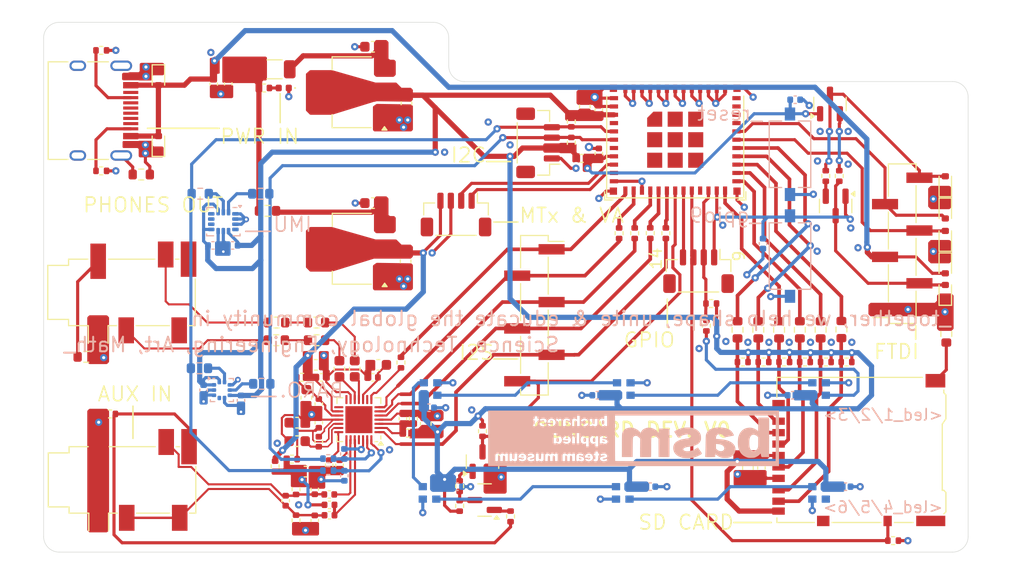
<source format=kicad_pcb>
(kicad_pcb (version 20240108) (generator "pcbnew") (generator_version "8.0")
  (layers (0 "F.Cu" signal) (1 "In1.Cu" power) (2 "In2.Cu" power) (31 "B.Cu" signal) (34 "B.Paste" user) (35 "F.Paste" user) (36 "B.SilkS" user "B.Silkscreen") (37 "F.SilkS" user "F.Silkscreen") (38 "B.Mask" user) (39 "F.Mask" user) (44 "Edge.Cuts" user))
  (net 0 "")
  (net 1 "VBUS")
  (net 2 "GND")
  (net 3 "+5V")
  (net 4 "+3.3VA")
  (net 5 "+3.3V")
  (net 6 "/MCU/STRAP_GPIO_9")
  (net 7 "/MCU/CHIP_PU")
  (net 8 "/Audio CODEC/ES8388_VREF")
  (net 9 "/Audio CODEC/ES8388_ADCVREF")
  (net 10 "/Audio CODEC/ES8388_VMID")
  (net 11 "/Audio CODEC/AUX_In_+")
  (net 12 "/Audio CODEC/AUX_In_-")
  (net 13 "/Audio CODEC/ES8388_AuxIn+")
  (net 14 "/Audio CODEC/ES8388_AuxIn-")
  (net 15 "/Audio CODEC/AUX_VREF")
  (net 16 "/Audio CODEC/ES8388_LOut")
  (net 17 "/Audio CODEC/ES8388_ROut")
  (net 18 "/Audio CODEC/ES8388_I2C_CDATA")
  (net 19 "/Audio CODEC/ES8388_I2C_CCLK")
  (net 20 "/MCU/FTDI_DTR")
  (net 21 "/MCU/UART0_RX")
  (net 22 "/MCU/UART0_TX")
  (net 23 "/MCU/FTDI_RTS")
  (net 24 "/sense_feedback/WS2812B_Chain1")
  (net 25 "WS2812B_D")
  (net 26 "/sense_feedback/WS2812B_Chain2")
  (net 27 "/sense_feedback/WS2812B_Chain3")
  (net 28 "/sense_feedback/WS2812B_Chain4")
  (net 29 "/sense_feedback/WS2812B_Chain5")
  (net 30 "/Power/USB_shield_disconnect")
  (net 31 "AUX_IN_DETECT")
  (net 32 "I2S_DIN")
  (net 33 "I2S_DOUT")
  (net 34 "I2S_BCK")
  (net 35 "I2S_MCLK")
  (net 36 "I2S_LRCK")
  (net 37 "I2C_SDA")
  (net 38 "/MCU/STRAP_MTMS")
  (net 39 "I2C_SCL")
  (net 40 "/MCU/STRAP_MTDI")
  (net 41 "/MCU/SD_Shield_Diconnect")
  (net 42 "/MCU/SD_DETECT")
  (net 43 "/MCU/STRAP_GPIO8")
  (net 44 "/MCU/MCU_GPIO14")
  (net 45 "/Audio CODEC/AUX_Det")
  (net 46 "/Audio CODEC/Phones_Out_R")
  (net 47 "/Audio CODEC/Phones_Out_L")
  (net 48 "/MCU/DTR")
  (net 49 "/MCU/RTS")
  (net 50 "/MCU/SDIO_DAT2")
  (net 51 "/MCU/SDIO_DAT3")
  (net 52 "/MCU/SDIO_CMD")
  (net 53 "/MCU/SDIO_CLK")
  (net 54 "/MCU/SDIO_DAT0")
  (net 55 "/MCU/SDIO_DAT1")
  (net 56 "ES8388_I2S_DOUT")
  (net 57 "ES8388_I2S_MCLK")
  (net 58 "ES8388_I2S_BCK")
  (net 59 "ES8388_I2S_DIN")
  (net 60 "ES8388_I2S_LRCK")
  (net 61 "Net-(C424-Pad1)")
  (net 62 "Net-(C425-Pad1)")
  (net 68 "Net-(J101-CC2)")
  (net 71 "Net-(J101-CC1)")
  (net 78 "Net-(J402-PadR2)")
  (net 81 "Net-(R416-Pad1)")
  (net 82 "Net-(R417-Pad1)")
  (net 95 "/MCU/uSD_DAT2")
  (net 96 "/MCU/uSD_DAT3")
  (net 97 "/MCU/uSD_DAT1")
  (net 98 "/MCU/uSD_CMD")
  (net 99 "/MCU/uSD_CLK")
  (net 100 "/MCU/uSD_DAT0")
  (net 101 "/Audio CODEC/ES8388_DVDD")
  (net 102 "/Audio CODEC/ES8388_AVDD")
  (net 103 "/Audio CODEC/RIN2_GND")
  (net 104 "/Audio CODEC/LIN2_GND")
  (net 105 "/Audio CODEC/Q1_D")
  (net 106 "/Audio CODEC/Q1_G")
  (net 107 "/Audio CODEC/Q2_G")
  (net 108 "Net-(D103-A)")
  (net 109 "/Power/5V_Filt_A")
  (net 110 "/Power/5V_Filt_D")
  (net 111 "Net-(U301-SDA)")
  (net 112 "Net-(U301-SCL)")
  (net 113 "Net-(U302-SCL)")
  (net 114 "Net-(U302-SDA)")
  (footprint "Resistor_SMD:R_0402_1005Metric" (layer "F.Cu") (at 188.5 71.59 90)
    (property "Reference" "R202" (hide yes))
    (property "Value" "5k1" (hide yes))
  )
  (footprint "Capacitor_SMD:C_0402_1005Metric" (layer "F.Cu") (at 166.1875 102.63 -90)
    (property "Reference" "C416" (hide yes))
    (property "Value" "0u1" (hide yes))
  )
  (footprint "Resistor_SMD:R_0402_1005Metric" (layer "F.Cu") (at 162 107.95 -90)
    (property "Reference" "R415" (hide yes))
    (property "Value" "2k" (hide yes))
  )
  (footprint "Capacitor_SMD:C_0603_1608Metric" (layer "F.Cu") (at 172.63 67.79 -90)
    (property "Reference" "C106" (hide yes))
    (property "Value" "22u" (hide yes))
  )
  (footprint "Resistor_SMD:R_0402_1005Metric" (layer "F.Cu") (at 196.1 80.29 -90)
    (property "Reference" "R405" (hide yes))
    (property "Value" "33R" (hide yes))
  )
  (footprint "Connector_PinHeader_2.54mm:PinHeader_1x06_P2.54mm_Vertical_SMD_Pin1Right" (layer "F.Cu") (at 184.945 88.2)
    (property "Reference" "J203" (hide yes))
    (property "Value" "1x6P 2.54mm SMD" (hide yes))
  )
  (footprint "Capacitor_SMD:C_0402_1005Metric" (layer "F.Cu") (at 165.2 105.45 180)
    (property "Reference" "C418" (hide yes))
    (property "Value" "1u" (hide yes))
  )
  (footprint "Resistor_SMD:R_1206_3216Metric" (layer "F.Cu") (at 159.9275 64.52)
    (property "Reference" "R106" (hide yes))
    (property "Value" "2R2" (hide yes))
  )
  (footprint "Capacitor_SMD:C_0402_1005Metric" (layer "F.Cu") (at 161 106.05 -90)
    (property "Reference" "C419" (hide yes))
    (property "Value" "0u1" (hide yes))
  )
  (footprint "Resistor_SMD:R_0402_1005Metric" (layer "F.Cu") (at 177.75 104.65 -90)
    (property "Reference" "R422" (hide yes))
    (property "Value" "1k" (hide yes))
  )
  (footprint "Package_TO_SOT_SMD:SOT-23" (layer "F.Cu") (at 179.95 102.2875 90)
    (property "Reference" "Q402" (hide yes))
    (property "Value" "BSS138LT3G" (hide yes))
  )
  (footprint "Capacitor_SMD:C_0402_1005Metric" (layer "F.Cu") (at 172.2875 98.15 90)
    (property "Reference" "C402" (hide yes))
    (property "Value" "0u1" (hide yes))
  )
  (footprint "Capacitor_SMD:C_0402_1005Metric" (layer "F.Cu") (at 154.075 65.94 -90)
    (property "Reference" "C101" (hide yes))
    (property "Value" "1u" (hide yes))
  )
  (footprint "Resistor_SMD:R_0603_1608Metric" (layer "F.Cu") (at 208.5 89.6 90)
    (property "Reference" "R216" (hide yes))
    (property "Value" "0R" (hide yes))
  )
  (footprint "Resistor_SMD:R_0603_1608Metric" (layer "F.Cu") (at 224.6 90 90)
    (property "Reference" "R221" (hide yes))
    (property "Value" "0R" (hide yes))
  )
  (footprint "Capacitor_SMD:C_0402_1005Metric" (layer "F.Cu") (at 165.22 107.45 180)
    (property "Reference" "C420" (hide yes))
    (property "Value" "1u" (hide yes))
  )
  (footprint "Resistor_SMD:R_0402_1005Metric" (layer "F.Cu") (at 207 92.7)
    (property "Reference" "R213" (hide yes))
    (property "Value" "10k" (hide yes))
  )
  (footprint "Resistor_SMD:R_0603_1608Metric" (layer "F.Cu") (at 141.8 92.2 180)
    (property "Reference" "R420" (hide yes))
    (property "Value" "0R" (hide yes))
  )
  (footprint "Resistor_SMD:R_0402_1005Metric" (layer "F.Cu") (at 212.995 74.79 -90)
    (property "Reference" "R206" (hide yes))
    (property "Value" "10k" (hide yes))
  )
  (footprint "Resistor_SMD:R_0402_1005Metric" (layer "F.Cu") (at 143.25 74.3)
    (property "Reference" "R101" (hide yes))
    (property "Value" "5k1" (hide yes))
  )
  (footprint "Resistor_SMD:R_0603_1608Metric" (layer "F.Cu") (at 214.5 89.575 90)
    (property "Reference" "R219" (hide yes))
    (property "Value" "0R" (hide yes))
  )
  (footprint "Capacitor_SMD:C_0603_1608Metric" (layer "F.Cu") (at 162.99 96.135 -90)
    (property "Reference" "C405" (hide yes))
    (property "Value" "10u" (hide yes))
  )
  (footprint "Resistor_SMD:R_0402_1005Metric" (layer "F.Cu") (at 177.75 106.55 90)
    (property "Reference" "R423" (hide yes))
    (property "Value" "10k" (hide yes))
  )
  (footprint "Capacitor_SMD:C_0402_1005Metric" (layer "F.Cu") (at 164.19 100.37 90)
    (property "Reference" "C411" (hide yes))
    (property "Value" "0u1" (hide yes))
  )
  (footprint "Capacitor_SMD:C_0603_1608Metric" (layer "F.Cu") (at 167.65 93.35 -90)
    (property "Reference" "C425" (hide yes))
    (property "Value" "47u" (hide yes))
  )
  (footprint "Capacitor_SMD:C_0603_1608Metric" (layer "F.Cu") (at 169.4 77.4 180)
    (property "Reference" "C103" (hide yes))
    (property "Value" "22u" (hide yes))
  )
  (footprint "Resistor_SMD:R_0603_1608Metric" (layer "F.Cu") (at 210.5 89.6 90)
    (property "Reference" "R217" (hide yes))
    (property "Value" "0R" (hide yes))
  )
  (footprint "Resistor_SMD:R_0603_1608Metric" (layer "F.Cu") (at 206.5 89.6 90)
    (property "Reference" "R214" (hide yes))
    (property "Value" "0R" (hide yes))
  )
  (footprint "Resistor_SMD:R_0402_1005Metric" (layer "F.Cu") (at 194.6 80.3 -90)
    (property "Reference" "R406" (hide yes))
    (property "Value" "33R" (hide yes))
  )
  (footprint "Resistor_SMD:R_0402_1005Metric" (layer "F.Cu") (at 179.95 99.35 -90)
    (property "Reference" "R424" (hide yes))
    (property "Value" "10k" (hide yes))
  )
  (footprint "Connector_Audio:Jack_3.5mm_PJ31060-I_Horizontal" (layer "F.Cu") (at 147.35 104.05 90)
    (property "Reference" "J401" (hide yes))
    (property "Value" "PJ31060-I" (hide yes))
  )
  (footprint "Resistor_SMD:R_0402_1005Metric" (layer "F.Cu") (at 162 104.94 -90)
    (property "Reference" "R411" (hide yes))
    (property "Value" "2k" (hide yes))
  )
  (footprint "Resistor_SMD:R_0603_1608Metric" (layer "F.Cu") (at 212.5 89.6 90)
    (property "Reference" "R218" (hide yes))
    (property "Value" "0R" (hide yes))
  )
  (footprint "Resistor_SMD:R_0402_1005Metric" (layer "F.Cu") (at 159.9875 102.75 -90)
    (property "Reference" "R414" (hide yes))
    (property "Value" "1k" (hide yes))
  )
  (footprint "Resistor_SMD:R_0402_1005Metric" (layer "F.Cu") (at 144.1 97.7)
    (property "Reference" "R412" (hide yes))
    (property "Value" "100k" (hide yes))
  )
  (footprint "Capacitor_SMD:C_0603_1608Metric" (layer "F.Cu") (at 162.925 103.25)
    (property "Reference" "C423" (hide yes))
    (property "Value" "10u" (hide yes))
  )
  (footprint "Resistor_SMD:R_0603_1608Metric" (layer "F.Cu") (at 160.1 90.6 180)
    (property "Reference" "R418" (hide yes))
    (property "Value" "0R" (hide yes))
  )
  (footprint "Capacitor_SMD:C_0402_1005Metric" (layer "F.Cu") (at 163.8 104.95 -90)
    (property "Reference" "C417" (hide yes))
    (property "Value" "0u1" (hide yes))
  )
  (footprint "Package_TO_SOT_SMD:SOT-23" (layer "F.Cu") (at 213.945 77.6775 -90)
    (property "Reference" "Q202" (hide yes))
    (property "Value" "L8050QLT1G" (hide yes))
  )
  (footprint "Capacitor_SMD:C_0603_1608Metric" (layer "F.Cu") (at 205.5 102.9 -90)
    (property "Reference" "C206" (hide yes))
    (property "Value" "10u" (hide yes))
  )
  (footprint "Diode_SMD:D_SOD-523" (layer "F.Cu") (at 148.75 65.35 -90)
    (property "Reference" "D101" (hide yes))
    (property "Value" "LESD5D5.0CT1G" (hide yes))
  )
  (footprint "Capacitor_SMD:C_0603_1608Metric" (layer "F.Cu") (at 169.4 62.35 180)
    (property "Reference" "C105" (hide yes))
    (property "Value" "47u" (hide yes))
  )
  (footprint "Resistor_SMD:R_0402_1005Metric" (layer "F.Cu") (at 197.6 80.3 -90)
    (property "Reference" "R404" (hide yes))
    (property "Value" "33R" (hide yes))
  )
  (footprint "Capacitor_SMD:C_0402_1005Metric" (layer "F.Cu") (at 206.8 102.9 -90)
    (property "Reference" "C207" (hide yes))
    (property "Value" "0u1" (hide yes))
  )
  (footprint "Connector_USB:USB_C_Receptacle_HRO_TYPE-C-31-M-12" (layer "F.Cu") (at 142.04 68.5 -90)
    (property "Reference" "J101" (hide yes))
    (property "Value" "USB_C_Receptacle_USB2.0_16P" (hide yes))
  )
  (footprint "Connector_PinHeader_2.54mm:PinHeader_1x06_P2.54mm_Vertical_SMD_Pin1Right" (layer "F.Cu") (at 220.355 81.31 180)
    (property "Reference" "J202" (hide yes))
    (property "Value" "1x6P 2.54mm SMD" (hide yes))
  )
  (footprint "Capacitor_SMD:C_0402_1005Metric" (layer "F.Cu") (at 165.22 106.45)
    (property "Reference" "C422" (hide yes))
    (property "Value" "1u" (hide yes))
  )
  (footprint "Resistor_SMD:R_0603_1608Metric" (layer "F.Cu") (at 163.975 90.6)
    (property "Reference" "R416" (hide yes))
    (property "Value" "10R" (hide yes))
  )
  (footprint "Resistor_SMD:R_0402_1005Metric" (layer "F.Cu") (at 161.6 102.05 180)
    (property "Reference" "R413" (hide yes))
    (property "Value" "1k" (hide yes))
  )
  (footprint "Capacitor_SMD:C_0402_1005Metric" (layer "F.Cu") (at 191.15 72.62 90)
    (property "Reference" "C205" (hide yes))
    (property "Value" "1u" (hide yes))
  )
  (footprint "Diode_SMD:D_SOD-523" (layer "F.Cu") (at 224.5 85.98 90)
    (property "Reference" "D201" (hide yes))
    (property "Value" "LESD5D5.0CT1G" (hide yes))
  )
  (footprint "Resistor_SMD:R_0402_1005Metric" (layer "F.Cu") (at 162.575 94.175 180)
    (property "Reference" "R403" (hide yes))
    (property "Value" "4R7" (hide yes))
  )
  (footprint "Resistor_SMD:R_0402_1005Metric" (layer "F.Cu") (at 201.97 87.07)
    (property "Reference" "R204" (hide yes))
    (property "Value" "10k" (hide yes))
  )
  (footprint "Capacitor_SMD:C_0603_1608Metric" (layer "F.Cu") (at 174.4875 98.65 90)
    (property "Reference" "C401" (hide yes))
    (property "Value" "10u" (hide yes))
  )
  (footprint "Resistor_SMD:R_0603_1608Metric" (layer "F.Cu") (at 160.125 88.9 180)
    (property "Reference" "R419" (hide yes))
    (property "Value" "0R" (hide yes))
  )
  (footprint "LED_SMD:LED_0402_1005Metric" (layer "F.Cu") (at 160.815 66.32 180)
    (property "Reference" "D103" (hide yes))
    (property "Value" "LED" (hide yes))
  )
  (footprint "Diode_SMD:D_SOD-523" (layer "F.Cu") (at 224.5 83.46 -90)
    (property "Reference" "D202" (hide yes))
    (property "Value" "LESD5D5.0CT1G" (hide yes))
  )
  (footprint "Resistor_SMD:R_0603_1608Metric" (layer "F.Cu") (at 147.1 74.65)
    (property "Reference" "R103" (hide yes))
    (property "Value" "0R" (hide yes))
  )
  (footprint "Capacitor_SMD:C_0603_1608Metric" (layer "F.Cu") (at 162.1075 100.32 180)
    (property "Reference" "C412" (hide yes))
    (property "Value" "10u" (hide yes))
  )
  (footprint "PCM_Espressif:ESP32-C6-MINI-1" (layer "F.Cu") (at 198.5 68.6)
    (property "Reference" "U201" (hide yes))
    (property "Value" "ESP32-C6-MINI-1/U" (hide yes))
  )
  (footprint "Resistor_SMD:R_0603_1608Metric" (layer "F.Cu") (at 163.975 88.9)
    (property "Reference" "R417" (hide yes))
    (property "Value" "10R" (hide yes))
  )
  (footprint "Capacitor_SMD:C_0402_1005Metric" (layer "F.Cu") (at 165.1875 102.63 -90)
    (property "Reference" "C415" (hide yes))
    (property "Value" "0u1" (hide yes))
  )
  (footprint "Package_DFN_QFN:QFN-28-1EP_4x4mm_P0.4mm_EP2.6x2.6mm" (layer "F.Cu") (at 168.05 98.25 180)
    (property "Reference" "U401" (hide yes))
    (property "Value" "ES8388" (hide yes))
  )
  (footprint "Resistor_SMD:R_0402_1005Metric" (layer "F.Cu") (at 201.5 89.2 90)
    (property "Reference" "R203" (hide yes))
    (property "Value" "470R" (hide yes))
  )
  (footprint "Capacitor_SMD:C_0402_1005Metric" (layer "F.Cu") (at 191.15 68.4 90)
    (property "Reference" "C202" (hide yes))
    (property "Value" "0u1" (hide yes))
  )
  (footprint "Connector_JST:JST_SH_BM04B-SRSS-TB_1x04-1MP_P1.00mm_Vertical" (layer "F.Cu") (at 200.75 83.95 180)
    (property "Reference" "J206" (hide yes))
    (property "Value" "BM04B-SRSS-TB" (hide yes))
  )
  (footprint "Capacitor_SMD:C_0603_1608Metric" (layer "F.Cu") (at 169.925 92.975 180)
    (property "Reference" "C408" (hide yes))
    (property "Value" "10u" (hide yes))
  )
  (footprint "Resistor_SMD:R_0402_1005Metric" (layer "F.Cu") (at 214.295 74.79 90)
    (property "Reference" "R205" (hide yes))
    (property "Value" "10k" (hide yes))
  )
  (footprint "Resistor_SMD:R_0402_1005Metric" (layer "F.Cu") (at 214.99 92.7)
    (property "Reference" "R208" (hide yes))
    (property "Value" "10k" (hide yes))
  )
  (footprint "Package_TO_SOT_SMD:SOT-223-3_TabPin2" (layer "F.Cu") (at 167.38 66.7275 180)
    (property "Reference" "U102" (hide yes))
    (property "Value" "AMS1117-3.3" (hide yes))
  )
  (footprint "Resistor_SMD:R_0402_1005Metric" (layer "F.Cu") (at 209 92.7)
    (property "Reference" "R211" (hide yes))
    (property "Value" "10k" (hide yes))
  )
  (footprint "Capacitor_SMD:C_0402_1005Metric" (layer "F.Cu") (at 155.475 65.92 -90)
    (property "Reference" "C102" (hide yes))
    (property "Value" "1u" (hide yes))
  )
  (footprint "Resistor_SMD:R_0402_1005Metric" (layer "F.Cu") (at 173.2875 98.15 -90)
    (property "Reference" "R402" (hide yes))
    (property "Value" "2k" (hide yes))
  )
  (footprint "Connector_JST:JST_SH_BM04B-SRSS-TB_1x04-1MP_P1.00mm_Vertical" (layer "F.Cu") (at 185.3 71.6 90)
    (property "Reference" "J205" (hide yes))
    (property "Value" "BM04B-SRSS-TB" (hide yes))
  )
  (footprint "Connector_JST:JST_SH_BM04B-SRSS-TB_1x04-1MP_P1.00mm_Vertical" (layer "F.Cu") (at 177.4 78.5 180)
    (property "Reference" "J204" (hide yes))
    (property "Value" "BM04B-SRSS-TB" (hide yes))
  )
  (footprint "Resistor_SMD:R_0402_1005Metric" (layer "F.Cu") (at 210.99 92.7)
    (property "Reference" "R210" (hide yes))
    (property "Value" "10k" (hide yes))
  )
  (footprint "Capacitor_SMD:C_0603_1608Metric" (layer "F.Cu") (at 163.9 92.975)
    (property "Reference" "C403" (hide yes))
    (property "Value" "10u" (hide yes))
  )
  (footprint "Resistor_SMD:R_0603_1608Metric" (layer "F.Cu") (at 159.25 78.15)
    (property "Reference" "R105" (hide yes))
    (property "Value" "10R" (hide yes))
  )
  (footprint "MountingHole:MountingHole_3.5mm" (layer "F.Cu") (at 223.1 69.3)
    (property "Reference" "H1" (hide yes))
    (property "Value" "MountingHole" (hide yes))
  )
  (footprint "Resistor_SMD:R_0402_1005Metric" (layer "F.Cu") (at 172.1 92.75 -90)
    (property "Reference" "R408" (hide yes))
    (property "Value" "33R" (hide yes))
  )
  (footprint "Resistor_SMD:R_0402_1005Metric" (layer "F.Cu") (at 189.5 73.1 180)
    (property "Reference" "R207" (hide yes))
    (property "Value" "10k" (hide yes))
  )
  (footprint "Package_TO_SOT_SMD:SOT-23" (layer "F.Cu") (at 213.4 67.8625 90)
    (property "Reference" "Q201" (hide yes))
    (property "Value" "L8050QLT1G" (hide yes))
  )
  (footprint "Capacitor_SMD:C_0402_1005Metric" (layer "F.Cu") (at 164.19 96.735 -90)
    (property "Reference" "C406" (hide yes))
    (property "Value" "0u1" (hide yes))
  )
  (footprint "Capacitor_SMD:C_0603_1608Metric" (layer "F.Cu") (at 172.55 83 -90)
    (property "Reference" "C104" (hide yes))
    (property "Value" "22u" (hide yes))
  )
  (footprint "Diode_SMD:D_SOD-523" (layer "F.Cu") (at 224.5 78.18 -90)
    (property "Reference" "D204" (hide yes))
    (property "Value" "LESD5D5.0CT1G" (hide yes))
  )
  (footprint "Capacitor_SMD:C_0402_1005Metric" (layer "F.Cu") (at 164.19 98.55 90)
    (property "Reference" "C409" (hide yes))
    (property "Value" "0u1" (hide yes))
  )
  (footprint "Diode_SMD:D_SOD-523" (layer "F.Cu") (at 224.5 80.78 90)
    (property "Reference" "D203" (hide yes))
    (property "Value" "LESD5D5.0CT1G" (hide yes))
  )
  (footprint "Diode_SMD:D_SOD-523" (layer "F.Cu") (at 148.75 71.65 90)
    (property "Reference" "D102" (hide yes))
    (property "Value" "LESD5D5.0CT1G" (hide yes))
  )
  (footprint "Resistor_SMD:R_0603_1608Metric" (layer "F.Cu") (at 204.5 89.6 90)
    (property "Reference" "R215" (hide yes))
    (property "Value" "0R" (hide yes))
  )
  (footprint "Package_TO_SOT_SMD:SOT-223-3_TabPin2" (layer "F.Cu") (at 167.4 81.8 180)
    (property "Reference" "U101" (hide yes))
    (property "Value" "AMS1117-3.3" (hide yes))
  )
  (footprint "Resistor_SMD:R_0402_1005Metric" (layer "F.Cu") (at 182.65 107.56 -90)
    (property "Reference" "R421" (hide yes))
    (property "Value" "1k" (hide yes))
  )
  (footprint "Resistor_SMD:R_0402_1005Metric" (layer "F.Cu") (at 143.25 62.7)
    (property "Reference" "R102" (hide yes))
    (property "Value" "5k1" (hide yes))
  )
  (footprint "Resistor_SMD:R_0402_1005Metric" (layer "F.Cu") (at 219.48 109.895)
    (property "Reference" "R220" (hide yes))
    (property "Value" "10k" (hide yes))
  )
  (footprint "Resistor_SMD:R_0402_1005Metric" (layer "F.Cu") (at 193.1 80.3 -90)
    (property "Reference" "R407" (hide yes))
    (property "Value" "33R" (hide yes))
  )
  (footprint "Diode_SMD:D_SOD-523" (layer "F.Cu") (at 224.5 75.52 90)
    (property "Reference" "D205" (hide yes))
    (property "Value" "LESD5D5.0CT1G" (hide yes))
  )
  (footprint "Capacitor_SMD:C_0603_1608Metric" (layer "F.Cu") (at 189.8 68.1 90)
    (property "Reference" "C201" (hide yes))
    (property "Value" "10u" (hide yes))
  )
  (footprint "Resistor_SMD:R_0402_1005Metric" (layer "F.Cu") (at 188.5 69.55 -90)
    (property "Reference" "R201" (hide yes))
    (property "Value" "5k1" (hide yes))
  )
  (footprint "Capacitor_SMD:C_0402_1005Metric" (layer "F.Cu") (at 163.8 107.95 -90)
    (property "Reference" "C421" (hide yes))
    (property "Value" "0u1" (hide yes))
  )
  (footprint "Capacitor_SMD:C_0402_1005Metric" (layer "F.Cu") (at 169.4 94.175 180)
    (property "Reference" "C407" (hide yes))
    (property "Value" "0u1" (hide yes))
  )
  (footprint "Package_TO_SOT_SMD:SOT-23" (layer "F.Cu") (at 180.15 105.9875 180)
    (property "Reference" "Q401" (hide yes))
    (property "Value" "BSS138LT3G" (hide yes))
  )
  (footprint "Capacitor_SMD:C_0402_1005Metric" (layer "F.Cu") (at 164.425 94.175)
    (property "Reference" "C404" (hide yes))
    (property "Value" "0u1" (hide yes))
  )
  (footprint "Capacitor_SMD:C_0603_1608Metric" (layer "F.Cu") (at 166.175 93.35 -90)
    (property "Reference" "C424" (hide yes))
    (property "Value" "47u" (hide yes))
  )
  (footprint "Resistor_SMD:R_0402_1005Metric" (layer "F.Cu") (at 158.9275 66.32)
    (property "Reference" "R104" (hide yes))
    (property "Value" "2k" (hide yes))
  )
  (footprint "Connector_Audio:Jack_3.5mm_PJ31060-I_Horizontal" (layer "F.Cu") (at 147.3 86 90)
    (property "Reference" "J402" (hide yes))
    (property "Value" "PJ31060-I" (hide yes))
  )
  (footprint "Resistor_SMD:R_0402_1005Metric" (layer "F.Cu") (at 213 92.7)
    (property "Reference" "R209" (hide yes))
    (property "Value" "10k" (hide yes))
  )
  (footprint "Inductor_SMD:L_0402_1005Metric" (layer "F.Cu") (at 154.775 64.52)
    (property "Reference" "L101" (hide yes))
    (property "Value" "10n" (hide yes))
  )
  (footprint "Resistor_SMD:R_0402_1005Metric" (layer "F.Cu") (at 205 92.7)
    (property "Reference" "R212" (hide yes))
    (property "Value" "10k" (hide yes))
  )
  (footprint "Resistor_SMD:R_0402_1005Metric" (layer "F.Cu") (at 172.7875 99.55)
    (property "Reference" "R401" (hide yes))
    (property "Value" "100R" (hide yes))
  )
  (footprint "Capacitor_SMD:C_0603_1608Metric" (layer "F.Cu") (at 162.11 98.54)
    (property "Reference" "C410" (hide yes))
    (property "Value" "10u" (hide yes))
  )
  (footprint "Connector_Card:microSD_HC_Hirose_DM3AT-SF-PEJM5" (layer "F.Cu") (at 216.175 101.175 90)
    (property "Reference" "J201" (hide yes))
    (property "Value" "DM3AT-SF-PEJM5" (hide yes))
  )
  (footprint "Capacitor_SMD:C_0402_1005Metric" (layer "B.Cu") (at 166.65 103.65 90)
    (property "Reference" "C414" (hide yes))
    (property "Value" "20p" (hide yes))
  )
  (footprint "SK_RGB:SK68xx-EC20" (layer "B.Cu") (at 194.1 101.1)
    (property "Reference" "D302" (hide yes))
    (property "Value" "SK6805-EC20" (hide yes))
  )
  (footprint "Capacitor_SMD:C_0402_1005Metric" (layer "B.Cu") (at 191 95.9)
    (property "Reference" "C305" (hide yes))
    (property "Value" "1u" (hide yes))
  )
  (footprint "Resistor_SMD:R_0402_1005Metric" (layer "B.Cu") (at 165.1 103.15 180)
    (property "Reference" "R409" (hide yes))
    (property "Value" "100R" (hide yes))
  )
  (footprint "Resistor_SMD:R_0603_1608Metric" (layer "B.Cu") (at 158.7 94.8)
    (property "Reference" "R304" (hide yes))
    (property "Value" "0R" (hide yes))
  )
  (footprint "SK_RGB:SK68xx-EC20" (layer "B.Cu") (at 174.3 99.5 180)
    (property "Reference" "D306" (hide yes))
    (property "Value" "SK6805-EC20" (hide yes))
  )
  (footprint "SK_RGB:SK68xx-EC20" (layer "B.Cu") (at 211.7 99.5 180)
    (property "Reference" "D304" (hide yes))
    (property "Value" "SK6805-EC20" (hide yes))
  )
  (footprint "Capacitor_SMD:C_0402_1005Metric" (layer "B.Cu") (at 156.7 96.4 -90)
    (property "Reference" "C309" (hide yes))
    (property "Value" "0u1" (hide yes))
  )
  (footprint "Capacitor_SMD:C_0402_1005Metric" (layer "B.Cu") (at 166.65 101.55 -90)
    (property "Reference" "C413" (hide yes))
    (property "Value" "20p" (hide yes))
  )
  (footprint "Capacitor_SMD:C_0402_1005Metric" (layer "B.Cu") (at 206.95 81.3 -90)
    (property "Reference" "C203" (hide yes))
    (property "Value" "0u1" (hide yes))
  )
  (footprint "Capacitor_SMD:C_0402_1005Metric" (layer "B.Cu") (at 155.9 81.475)
    (property "Reference" "C308" (hide yes))
    (property "Value" "0u1" (hide yes))
  )
  (footprint "Capacitor_SMD:C_0402_1005Metric" (layer "B.Cu") (at 196.1 104.7 180)
    (property "Reference" "C302" (hide yes))
    (property "Value" "1u" (hide yes))
  )
  (footprint "Capacitor_SMD:C_0402_1005Metric" (layer "B.Cu") (at 209.8 95.9)
    (property "Reference" "C304" (hide yes))
    (property "Value" "1u" (hide yes))
  )
  (footprint "Button_Switch_SMD:SW_Tactile_SPST_NO_Straight_CK_PTS636Sx25SMTRLFS" (layer "B.Cu") (at 209.55 82.5 90)
    (property "Reference" "SW201" (hide yes))
    (property "Value" "PTS636" (hide yes))
  )
  (footprint "Capacitor_SMD:C_0402_1005Metric" (layer "B.Cu") (at 177.5 104.7 180)
    (property "Reference" "C301" (hide yes))
    (property "Value" "1u" (hide yes))
  )
  (footprint "Package_LGA:LGA-14_3x2.5mm_P0.5mm_LayoutBorder3x4y" (layer "B.Cu") (at 155 79.1875 180)
    (property "Reference" "U301" (hide yes))
    (property "Value" "LSM6DSL" (hide yes))
  )
  (footprint "Resistor_SMD:R_0603_1608Metric" (layer "B.Cu") (at 152.775 76.5 180)
    (property "Reference" "R302" (hide yes))
    (property "Value" "0R" (hide yes))
  )
  (footprint "Resistor_SMD:R_0402_1005Metric" (layer "B.Cu") (at 165.1 102 180)
    (property "Reference" "R410" (hide yes))
    (property "Value" "100R" (hide yes))
  )
  (footprint "Button_Switch_SMD:SW_Tactile_SPST_NO_Straight_CK_PTS636Sx25SMTRLFS" (layer "B.Cu") (at 209.55 72.7 90)
    (property "Reference" "SW202" (hide yes))
    (property "Value" "PTS636" (hide yes))
  )
  (footprint "SK_RGB:SK68xx-EC20" (layer "B.Cu") (at 192.9 99.5 180)
    (property "Reference" "D305" (hide yes))
    (property "Value" "SK6805-EC20" (hide yes))
  )
  (footprint "SK_RGB:SK68xx-EC20" (layer "B.Cu") (at 175.5 101.1)
    (property "Reference" "D301" (hide yes))
    (property "Value" "SK6805-EC20" (hide yes))
  )
  (footprint "SK_RGB:SK68xx-EC20" (layer "B.Cu") (at 213 101.1)
    (property "Reference" "D303" (hide yes))
    (property "Value" "SK6805-EC20" (hide yes))
  )
  (footprint "Resistor_SMD:R_0603_1608Metric" (layer "B.Cu") (at 152.7 93.3 180)
    (property "Reference" "R303" (hide yes))
    (property "Value" "0R" (hide yes))
  )
  (footprint "Package_LGA:ST_HLGA-10_2x2mm_P0.5mm_LayoutBorder3x2y" (layer "B.Cu") (at 154.8625 95.4 -90)
    (property "Reference" "U302" (hide yes))
    (property "Value" "ICP20100" (hide yes))
  )
  (footprint "Capacitor_SMD:C_0402_1005Metric" (layer "B.Cu") (at 214.9 104.7 180)
    (property "Reference" "C303" (hide yes))
    (property "Value" "1u" (hide yes))
  )
  (footprint "Capacitor_SMD:C_0402_1005Metric" (layer "B.Cu") (at 174.8 97.1 180)
    (property "Reference" "C306" (hide yes))
    (property "Value" "1u" (hide yes))
  )
  (footprint "Resistor_SMD:R_0603_1608Metric" (layer "B.Cu") (at 158.6 76.5)
    (property "Reference" "R301" (hide yes))
    (property "Value" "0R" (hide yes))
  )
  (footprint "LOGO" (layer "B.Cu") (at 194.5 100.05 180)
    (property "Reference" "G***" (hide yes))
    (property "Value" "LOGO" (hide yes))
  )
  (footprint "Capacitor_SMD:C_0402_1005Metric" (layer "B.Cu") (at 210.05 67.45)
    (property "Reference" "C204" (hide yes))
    (property "Value" "0u1" (hide yes))
  )
  (footprint "Capacitor_SMD:C_0402_1005Metric" (layer "B.Cu") (at 153.1 95.4 90)
    (property "Reference" "C310" (hide yes))
    (property "Value" "0u1" (hide yes))
  )
  (footprint "Capacitor_SMD:C_0402_1005Metric" (layer "B.Cu") (at 154 81.475)
    (property "Reference" "C307" (hide yes))
    (property "Value" "0u1" (hide yes))
  )
  (gr_line (start 159.5025 80.12) (end 157.1575 80.12) (stroke (width 0.155)) (layer "B.SilkS"))
  (gr_line (start 160.06 96.02) (end 157.715 96.02) (stroke (width 0.155)) (layer "B.SilkS"))
  (gr_line (start 181.05 79.225) (end 183.35 79.225) (stroke (width 0.155)) (layer "F.SilkS"))
  (gr_line (start 146.3 100.05) (end 146.3 96.95) (stroke (width 0.155)) (layer "F.SilkS"))
  (gr_line (start 154.6 70.2) (end 147.7 70.2) (stroke (width 0.155)) (layer "F.SilkS"))
  (gr_line (start 160.47 69.65) (end 160.47 66.87) (stroke (width 0.155)) (layer "F.SilkS"))
  (gr_line (start 180.35 73.4) (end 182.65 73.4) (stroke (width 0.155)) (layer "F.SilkS"))
  (gr_line (start 221.65 90.5) (end 221.65 89.2) (stroke (width 0.155)) (layer "F.SilkS"))
  (gr_line (start 204.15 108.15) (end 207.75 108.15) (stroke (width 0.155)) (layer "F.SilkS"))
  (gr_line (start 180.99 92.41) (end 183.335 92.41) (stroke (width 0.155)) (layer "F.SilkS"))
  (gr_line (start 197.74 89.35) (end 197.74 86.65) (stroke (width 0.155)) (layer "F.SilkS"))
  (gr_arc (start 175.2 60) (mid 176.26066 60.43934) (end 176.7 61.5) (stroke (width 0.05)) (layer "Edge.Cuts"))
  (gr_line (start 226.7 109.5) (end 226.7 67.2) (stroke (width 0.05)) (layer "Edge.Cuts"))
  (gr_arc (start 226.7 109.5) (mid 226.26066 110.56066) (end 225.2 111) (stroke (width 0.05)) (layer "Edge.Cuts"))
  (gr_line (start 137.7 61.5) (end 137.7 109.5) (stroke (width 0.05)) (layer "Edge.Cuts"))
  (gr_line (start 225.2 65.7) (end 178.2 65.7) (stroke (width 0.05)) (layer "Edge.Cuts"))
  (gr_arc (start 178.2 65.7) (mid 177.13934 65.26066) (end 176.7 64.2) (stroke (width 0.05)) (layer "Edge.Cuts"))
  (gr_arc (start 139.2 111) (mid 138.13934 110.56066) (end 137.7 109.5) (stroke (width 0.05)) (layer "Edge.Cuts"))
  (gr_line (start 175.2 60) (end 139.2 60) (stroke (width 0.05)) (layer "Edge.Cuts"))
  (gr_line (start 176.7 64.2) (end 176.7 61.5) (stroke (width 0.05)) (layer "Edge.Cuts"))
  (gr_line (start 139.2 111) (end 225.2 111) (stroke (width 0.05)) (layer "Edge.Cuts"))
  (gr_arc (start 137.7 61.5) (mid 138.13934 60.43934) (end 139.2 60) (stroke (width 0.05)) (layer "Edge.Cuts"))
  (gr_arc (start 225.2 65.7) (mid 226.26066 66.13934) (end 226.7 67.2) (stroke (width 0.05)) (layer "Edge.Cuts"))
  (gr_text "_together, we help shape, unite & educate the global community in" (at 225.15 89.34 0) (layer "B.SilkS") (effects (font (size 1.4 1.4) (thickness 0.19)) (justify left bottom mirror)))
  (gr_text "<led_1/2/3>\n" (at 224.385 98.425 0) (layer "B.SilkS") (effects (font (size 1.1 1.1) (thickness 0.155)) (justify left bottom mirror)))
  (gr_text "Science, Technology, Engineering, Art, Math_" (at 187.46 91.85 0) (layer "B.SilkS") (effects (font (size 1.4 1.4) (thickness 0.19)) (justify left bottom mirror)))
  (gr_text "BARO." (at 166.67 96.24 0) (layer "B.SilkS") (effects (font (size 1.4 1.4) (thickness 0.155)) (justify left bottom mirror)))
  (gr_text "_gpio9" (at 206.83 79.4 0) (layer "B.SilkS") (effects (font (size 1.4 1.4) (thickness 0.155)) (justify left bottom mirror)))
  (gr_text "IMU" (at 163.63 80.28 0) (layer "B.SilkS") (effects (font (size 1.4 1.4) (thickness 0.155)) (justify left bottom mirror)))
  (gr_text "<led_4/5/6>\n" (at 224.36 107.32 0) (layer "B.SilkS") (effects (font (size 1.1 1.1) (thickness 0.155)) (justify left bottom mirror)))
  (gr_text "_reset" (at 206.98 69.58 0) (layer "B.SilkS") (effects (font (size 1.4 1.4) (thickness 0.155)) (justify left bottom mirror)))
  (gr_text "SD CARD" (at 194.85 108.95 0) (layer "F.SilkS") (effects (font (size 1.4 1.4) (thickness 0.155)) (justify left bottom)))
  (gr_text "PHONES OUT" (at 141.4 78.4 0) (layer "F.SilkS") (effects (font (size 1.4 1.4) (thickness 0.155)) (justify left bottom)))
  (gr_text "I2C" (at 176.8 73.6 0) (layer "F.SilkS") (effects (font (size 1.4 1.4) (thickness 0.155)) (justify left bottom)))
  (gr_text "SOUNCARD DEV. V0" (at 183.33 100.05 0) (layer "F.SilkS") (effects (font (size 1.4 1.4) (thickness 0.24) (bold yes)) (justify left bottom)))
  (gr_text "FTDI\n" (at 219.8 91.7 0) (layer "F.SilkS") (effects (font (size 1.4 1.4) (thickness 0.16))))
  (gr_text "AUX IN" (at 142.8 96.6 0) (layer "F.SilkS") (effects (font (size 1.4 1.4) (thickness 0.155)) (justify left bottom)))
  (gr_text "I2S" (at 177.6 92.6 0) (layer "F.SilkS") (effects (font (size 1.4 1.4) (thickness 0.155)) (justify left bottom)))
  (gr_text "MTx & VA" (at 183.4 79.4 0) (layer "F.SilkS") (effects (font (size 1.4 1.4) (thickness 0.155)) (justify left bottom)))
  (gr_text "9" (at 204.64 82.5 90) (layer "F.SilkS") (effects (font (size 1.1 1.1) (thickness 0.16))))
  (gr_text "PWR IN" (at 154.6 71.8 0) (layer "F.SilkS") (effects (font (size 1.4 1.4) (thickness 0.155)) (justify left bottom)))
  (gr_text "14\n" (at 196.65 82.75 90) (layer "F.SilkS") (effects (font (size 1.1 1.1) (thickness 0.16))))
  (gr_text "GPIO" (at 193.44 91.4 0) (layer "F.SilkS") (effects (font (size 1.4 1.4) (thickness 0.155)) (justify left bottom)))
  (segment (start 151.84 65.46) (end 154.075 65.46) (width 0.5) (layer "F.Cu") (net 1))
  (segment (start 146.085 70.95) (end 148.75 70.95) (width 0.5) (layer "F.Cu") (net 1))
  (segment (start 217 82.15) (end 217.43 82.58) (width 0.5) (layer "F.Cu") (net 1))
  (segment (start 148.75 70.95) (end 148.75 66.05) (width 0.5) (layer "F.Cu") (net 1))
  (segment (start 223.26 84.16) (end 221.68 82.58) (width 0.3) (layer "F.Cu") (net 1))
  (segment (start 146.085 66.05) (end 148.75 66.05) (width 0.5) (layer "F.Cu") (net 1))
  (segment (start 151.25 66.05) (end 151.84 65.46) (width 0.5) (layer "F.Cu") (net 1))
  (segment (start 224.5 84.08) (end 224.42 84.16) (width 0.3) (layer "F.Cu") (net 1))
  (segment (start 217.43 82.58) (end 218.7 82.58) (width 0.5) (layer "F.Cu") (net 1))
  (segment (start 221.68 82.58) (end 218.7 82.58) (width 0.3) (layer "F.Cu") (net 1))
  (segment (start 217 81.65) (end 217 82.15) (width 0.5) (layer "F.Cu") (net 1))
  (segment (start 148.75 66.05) (end 151.25 66.05) (width 0.5) (layer "F.Cu") (net 1))
  (segment (start 224.42 84.16) (end 223.26 84.16) (width 0.3) (layer "F.Cu") (net 1))
  (via (at 217 81.65) (size 0.7) (drill 0.3) (layers "F.Cu" "B.Cu") (net 1))
  (via (at 154.15 63.7) (size 0.7) (drill 0.3) (layers "F.Cu" "B.Cu") (net 1))
  (segment (start 154.15 63.7) (end 154.2 63.7) (width 0.5) (layer "B.Cu") (net 1))
  (segment (start 216.95 81.15) (end 216.95 81.6) (width 0.5) (layer "B.Cu") (net 1))
  (segment (start 154.2 63.7) (end 157.1 60.8) (width 0.5) (layer "B.Cu") (net 1))
  (segment (start 176.7 66.25) (end 211.960661 66.25) (width 0.5) (layer "B.Cu") (net 1))
  (segment (start 216.95 81.6) (end 217 81.65) (width 0.5) (layer "B.Cu") (net 1))
  (segment (start 157.1 60.8) (end 171.25 60.8) (width 0.5) (layer "B.Cu") (net 1))
  (segment (start 211.960661 66.25) (end 216.95 71.239339) (width 0.5) (layer "B.Cu") (net 1))
  (segment (start 171.25 60.8) (end 176.7 66.25) (width 0.5) (layer "B.Cu") (net 1))
  (segment (start 216.95 71.239339) (end 216.95 81.15) (width 0.5) (layer "B.Cu") (net 1))
  (segment (start 203.3 66.4) (end 203.3 66.9) (width 0.3) (layer "F.Cu") (net 2))
  (segment (start 160.635 98.087014) (end 160.912014 97.81) (width 0.2) (layer "F.Cu") (net 2))
  (segment (start 197.7 67.7) (end 197.6 67.8) (width 0.3) (layer "F.Cu") (net 2))
  (segment (start 164.905 94.175) (end 164.972014 94.175) (width 0.2) (layer "F.Cu") (net 2))
  (segment (start 171.15 98.25) (end 171.73 97.67) (width 0.2) (layer "F.Cu") (net 2))
  (segment (start 164.19 98.07) (end 164.37 98.25) (width 0.2) (layer "F.Cu") (net 2))
  (segment (start 164.19 99.89) (end 164.725 99.355) (width 0.15) (layer "F.Cu") (net 2))
  (segment (start 161.3 66.32) (end 161.3 67.15) (width 0.3) (layer "F.Cu") (net 2))
  (segment (start 165.875 95.6) (end 164.905 94.63) (width 0.2) (layer "F.Cu") (net 2))
  (segment (start 162.155 97.81) (end 162.885 98.54) (width 0.2) (layer "F.Cu") (net 2))
  (segment (start 164.725 99.116852) (end 165.591852 98.25) (width 0.15) (layer "F.Cu") (net 2))
  (segment (start 160.635 99.6225) (end 160.635 98.087014) (width 0.2) (layer "F.Cu") (net 2))
  (segment (start 169.9875 98.25) (end 171.15 98.25) (width 0.2) (layer "F.Cu") (net 2))
  (segment (start 191.33 68.1) (end 191.15 67.92) (width 0.3) (layer "F.Cu") (net 2))
  (segment (start 164.972014 94.175) (end 165.722014 93.425) (width 0.2) (layer "F.Cu") (net 2))
  (segment (start 206 67.2) (end 205.15 66.35) (width 0.3) (layer "F.Cu") (net 2))
  (segment (start 161.3325 100.32) (end 160.635 99.6225) (width 0.2) (layer "F.Cu") (net 2))
  (segment (start 165.722014 93.425) (end 168.17 93.425) (width 0.2) (layer "F.Cu") (net 2))
  (segment (start 203.3 66.9) (end 202.4 67.8) (width 0.3) (layer "F.Cu") (net 2))
  (segment (start 167.25 95.84935) (end 167.00065 95.6) (width 0.2) (layer "F.Cu") (net 2))
  (segment (start 201.7 67.1) (end 202.4 67.8) (width 0.3) (layer "F.Cu") (net 2))
  (segment (start 198.5 66.4) (end 198.5 67.1) (width 0.3) (layer "F.Cu") (net 2))
  (segment (start 165.591852 98.25) (end 166.1125 98.25) (width 0.15) (layer "F.Cu") (net 2))
  (segment (start 167.25 96.3125) (end 167.25 95.84935) (width 0.2) (layer "F.Cu") (net 2))
  (segment (start 168.275001 101.125) (end 168.45 100.950001) (width 0.2) (layer "F.Cu") (net 2))
  (segment (start 220.895 109.895) (end 220.9 109.9) (width 0.3) (layer "F.Cu") (net 2))
  (segment (start 205.15 66.35) (end 204.45 66.35) (width 0.3) (layer "F.Cu") (net 2))
  (segment (start 167.00065 95.6) (end 165.875 95.6) (width 0.2) (layer "F.Cu") (net 2))
  (segment (start 191.6 66.35) (end 192.55 66.35) (width 0.3) (layer "F.Cu") (net 2))
  (segment (start 202.5 66.4) (end 202.5 67.7) (width 0.3) (layer "F.Cu") (net 2))
  (segment (start 199.3 66.4) (end 199.3 67.7) (width 0.3) (layer "F.Cu") (net 2))
  (segment (start 164.725 99.355) (end 164.725 99.116852) (width 0.15) (layer "F.Cu") (net 2))
  (segment (start 193.7 67.1) (end 194.4 67.8) (width 0.3) (layer "F.Cu") (net 2))
  (segment (start 168.625 77.4) (end 167.7 77.4) (width 0.3) (layer "F.Cu") (net 2))
  (segment (start 160.912014 97.81) (end 162.155 97.81) (width 0.2) (layer "F.Cu") (net 2))
  (segment (start 164.905 94.63) (end 164.905 94.175) (width 0.2) (layer "F.Cu") (net 2))
  (segment (start 196.1 66.4) (end 196.1 67.7) (width 0.3) (layer "F.Cu") (net 2))
  (segment (start 202.5 67.7) (end 202.4 67.8) (width 0.3) (layer "F.Cu") (net 2))
  (segment (start 195.3 76.2) (end 195.3 75.3) (width 0.3) (layer "F.Cu") (net 2))
  (segment (start 196.1 67.7) (end 196 67.8) (width 0.3) (layer "F.Cu") (net 2))
  (segment (start 168.45 100.950001) (end 168.45 100.1875) (width 0.2) (layer "F.Cu") (net 2))
  (segment (start 190.34 72.14) (end 191.15 72.14) (width 0.3) (layer "F.Cu") (net 2))
  (segment (start 194.5 67.7) (end 194.4 67.8) (width 0.3) (layer "F.Cu") (net 2))
  (segment (start 204.45 76.25) (end 204.45 77.1) (width 0.3) (layer "F.Cu") (net 2))
  (segment (start 168.625 62.35) (end 167.65 62.35) (width 0.3) (layer "F.Cu") (net 2))
  (segment (start 192.55 76.25) (end 191.85 76.25) (width 0.3) (layer "F.Cu") (net 2))
  (segment (start 147.925 73.875) (end 147.925 74.65) (width 0.3) (layer "F.Cu") (net 2))
  (segment (start 219.99 109.895) (end 220.895 109.895) (width 0.3) (layer "F.Cu") (net 2))
  (segment (start 147.5 72.6) (end 147.5 73.45) (width 0.3) (layer "F.Cu") (net 2))
  (segment (start 201.7 66.4) (end 201.7 67.1) (width 0.3) (layer "F.Cu") (net 2))
  (segment (start 200.1 66.4) (end 200.1 67.1) (width 0.3) (layer "F.Cu") (net 2))
  (segment (start 190.75 67.2) (end 190.85 67.3) (width 0.3) (layer "F.Cu") (net 2))
  (segment (start 191.85 76.25) (end 191.15 76.95) (width 0.3) (layer "F.Cu") (net 2))
  (segment (start 176.9 77.175) (end 176.9 80.4) (width 0.3) (layer "F.Cu") (net 2))
  (segment (start 190.85 67.3) (end 192.6 67.3) (width 0.3) (layer "F.Cu") (net 2))
  (segment (start 200.1 67.1) (end 200.8 67.8) (width 0.3) (layer "F.Cu") (net 2))
  (segment (start 164.37 98.25) (end 166.1125 98.25) (width 0.2) (layer "F.Cu") (net 2))
  (segment (start 199.3 67.7) (end 199.2 67.8) (width 0.3) (layer "F.Cu") (net 2))
  (segment (start 187.5 73.1) (end 188.45 74.05) (width 0.3) (layer "F.Cu") (net 2))
  (segment (start 192.6 68.1) (end 191.33 68.1) (width 0.3) (layer "F.Cu") (net 2))
  (segment (start 195.3 66.4) (end 195.3 67.1) (width 0.3) (layer "F.Cu") (net 2))
  (segment (start 186.625 73.1) (end 187.5 73.1) (width 0.3) (layer "F.Cu") (net 2))
  (segment (start 196.9 67.1) (end 197.6 67.8) (width 0.3) (layer "F.Cu") (net 2))
  (segment (start 188.45 74.05) (end 188.95 74.05) (width 0.3) (layer "F.Cu") (net 2))
  (segment (start 143.76 74.3) (end 144.65 74.3) (width 0.3) (layer "F.Cu") (net 2))
  (segment (start 200.9 66.4) (end 200.9 67.7) (width 0.3) (layer "F.Cu") (net 2))
  (segment (start 197.7 66.4) (end 197.7 67.7) (width 0.3) (layer "F.Cu") (net 2))
  (segment (start 200.9 67.7) (end 200.8 67.8) (width 0.3) (layer "F.Cu") (net 2))
  (segment (start 195.3 67.1) (end 196 67.8) (width 0.3) (layer "F.Cu") (net 2))
  (segment (start 192.6 75.3) (end 195.3 75.3) (width 0.3) (layer "F.Cu") (net 2))
  (segment (start 193.7 66.4) (end 193.7 67.1) (width 0.3) (layer "F.Cu") (net 2))
  (segment (start 190.2 72) (end 190.34 72.14) (width 0.3) (layer "F.Cu") (net 2))
  (segment (start 147.5 73.45) (end 147.925 73.875) (width 0.3) (layer "F.Cu") (net 2))
  (segment (start 176.9 80.4) (end 175.1 82.2) (width 0.3) (layer "F.Cu") (net 2))
  (segment (start 207.32 103.9) (end 206.8 103.38) (width 0.3) (layer "F.Cu") (net 2))
  (segment (start 143.76 62.7) (end 144.65 62.7) (width 0.3) (layer "F.Cu") (net 2))
  (segment (start 190.75 67.2) (end 191.6 66.35) (width 0.3) (layer "F.Cu") (net 2))
  (segment (start 196.9 66.4) (end 196.9 67.1) (width 0.3) (layer "F.Cu") (net 2))
  (segment (start 194.5 66.4) (end 194.5 67.7) (width 0.3) (layer "F.Cu") (net 2))
  (segment (start 198.5 67.1) (end 199.2 67.8) (width 0.3) (layer "F.Cu") (net 2))
  (segment (start 168.17 93.425) (end 168.92 94.175) (width 0.2) (layer "F.Cu") (net 2))
  (segment (start 208.45 103.9) (end 207.32 103.9) (width 0.3) (layer "F.Cu") (net 2))
  (segment (start 171.73 97.67) (end 172.2875 97.67) (width 0.2) (layer "F.Cu") (net 2))
  (segment (start 204.45 77.1) (end 205.15 77.8) (width 0.3) (layer "F.Cu") (net 2))
  (via (at 162.9125 108.9) (size 0.7) (drill 0.3) (layers "F.Cu" "B.Cu") (net 2))
  (via (at 190.75 67.2) (size 0.8) (drill 0.4) (layers "F.Cu" "B.Cu") (net 2))
  (via (at 147.5 72.6) (size 0.7) (drill 0.3) (layers "F.Cu" "B.Cu") (net 2))
  (via (at 205.4 84.3) (size 0.7) (drill 0.3) (layers "F.Cu" "B.Cu") (net 2))
  (via (at 163.5 97.75) (size 0.7) (drill 0.3) (layers "F.Cu" "B.Cu") (net 2))
  (via (at 174.2 107.2) (size 0.7) (drill 0.3) (layers "F.Cu" "B.Cu") (net 2))
  (via (at 175.6 97.9) (size 0.7) (drill 0.3) (layers "F.Cu" "B.Cu") (net 2))
  (via (at 207.525 90.8) (size 0.7) (drill 0.3) (layers "F.Cu" "B.Cu") (net 2))
  (via (at 167.65 62.35) (size 0.7) (drill 0.3) (layers "F.Cu" "B.Cu") (net 2))
  (via (at 212.1 79.8) (size 0.7) (drill 0.3) (layers "F.Cu" "B.Cu") (net 2))
  (via (at 182.6 71.8) (size 0.7) (drill 0.3) (layers "F.Cu" "B.Cu") (net 2))
  (via (at 220.9 109.9) (size 0.7) (drill 0.3) (layers "F.Cu" "B.Cu") (net 2))
  (via (at 195.3 75.3) (size 0.7) (drill 0.3) (layers "F.Cu" "B.Cu") (net 2))
  (via (at 144.65 62.7) (size 0.7) (drill 0.3) (layers "F.Cu" "B.Cu") (net 2))
  (via (at 153.8 62.9) (size 0.7) (drill 0.3) (layers "F.Cu" "B.Cu") (net 2))
  (via (at 172.35 85.4) (size 0.7) (drill 0.3) (layers "F.Cu" "B.Cu") (net 2))
  (via (at 160.189998 100.519998) (size 0.7) (drill 0.3) (layers "F.Cu" "B.Cu") (net 2))
  (via (at 197.6 67.8) (size 0.7) (drill 0.3) (layers "F.Cu" "B.Cu") (net 2))
  (via (at 206 67.2) (size 0.7) (drill 0.3) (layers "F.Cu" "B.Cu") (net 2))
  (via (at 143 98.5) (size 0.7) (drill 0.3) (layers "F.Cu" "B.Cu") (net 2))
  (via (at 189.51 95.91) (size 0.7) (drill 0.3) (layers "F.Cu" "B.Cu") (net 2))
  (via (at 178.909481 97.313792) (size 0.7) (drill 0.3) (layers "F.Cu" "B.Cu") (net 2))
  (via (at 181.75 103.775) (size 0.7) (drill 0.3) (layers "F.Cu" "B.Cu") (net 2))
  (via (at 164.675 92.075) (size 0.7) (drill 0.3) (layers "F.Cu" "B.Cu") (net 2))
  (via (at 171.95 69.4) (size 0.7) (drill 0.3) (layers "F.Cu" "B.Cu") (net 2))
  (via (at 203.075 79.525) (size 0.7) (drill 0.3) (layers "F.Cu" "B.Cu") (net 2))
  (via (at 213.525 90.8) (size 0.7) (drill 0.3) (layers "F.Cu" "B.Cu") (net 2))
  (via (at 204.5 103.5) (size 0.7) (drill 0.3) (layers "F.Cu" "B.Cu") (net 2))
  (via (at 216.3 104.7) (size 0.7) (drill 0.3) (layers "F.Cu" "B.Cu") (net 2))
  (via (at 212.45 70.5) (size 0.7) (drill 0.3) (layers "F.Cu" "B.Cu") (net 2))
  (via (at 188.95 74.05) (size 0.7) (drill 0.3) (layers "F.Cu" "B.Cu") (net 2))
  (via (at 167.7 77.4) (size 0.7) (drill 0.3) (layers "F.Cu" "B.Cu") (net 2))
  (via (at 211.7 107) (size 0.7) (drill 0.3) (layers "F.Cu" "B.Cu") (net 2))
  (via (at 190.2 72) (size 0.8) (drill 0.4) (layers "F.Cu" "B.Cu") (net 2))
  (via (at 200.8 91.4) (size 0.7) (drill 0.3) (layers "F.Cu" "B.Cu") (net 2))
  (via (at 156.4 94.4) (size 0.55) (drill 0.25) (layers "F.Cu" "B.Cu") (net 2))
  (via (at 143.48 92.28) (size 0.7) (drill 0.3) (layers "F.Cu" "B.Cu") (net 2))
  (via (at 209.475 90.8) (size 0.7) (drill 0.3) (layers "F.Cu" "B.Cu") (net 2))
  (via (at 223.35 77) (size 0.7) (drill 0.3) (layers "F.Cu" "B.Cu") (net 2))
  (via (at 175.1 82.2) (size 0.7) (drill 0.3) (layers "F.Cu" "B.Cu") (net 2))
  (via (at 180.5 69.6) (size 0.7) (drill 0.3) (layers "F.Cu" "B.Cu") (net 2))
  (via (at 171 101.15) (size 0.7) (drill 0.3) (layers "F.Cu" "B.Cu") (net 2))
  (via (at 211.8 76.55) (size 0.7) (drill 0.3) (layers "F.Cu" "B.Cu") (net 2))
  (via (at 156.7 97.5) (size 0.55) (drill 0.25) (layers "F.Cu" "B.Cu") (net 2))
  (via (at 153.1 96.5) (size 0.55) (drill 0.25) (layers "F.Cu" "B.Cu") (net 2))
  (via (at 191.15 76.95) (size 0.7) (drill 0.3) (layers "F.Cu" "B.Cu") (net 2))
  (via (at 154.75 66.9) (size 0.7) (drill 0.3) (layers "F.Cu" "B.Cu") (net 2))
  (via (at 155 82.075) (size 0.55) (drill 0.25) (layers "F.Cu" "B.Cu") (net 2))
  (via (at 194.4 67.8) (size 0.7) (drill 0.3) (layers "F.Cu" "B.Cu") (net 2))
  (via (at 215.4 79.8) (size 0.7) (drill 0.3) (layers "F.Cu" "B.Cu") (net 2))
  (via (at 205.15 77.8) (size 0.7) (drill 0.3) (layers "F.Cu" "B.Cu") (net 2))
  (via (at 196 67.8) (size 0.7) (drill 0.3) (layers "F.Cu" "B.Cu") (net 2))
  (via (at 220.91 87.64) (size 0.7) (drill 0.3) (layers "F.Cu" "B.Cu") (net 2))
  (via (at 147.55 65.2) (size 0.7) (drill 0.3) (layers "F.Cu" "B.Cu") (net 2))
  (via (at 178.8 104.7) (size 0.7) (drill 0.3) (layers "F.Cu" "B.Cu") (net 2))
  (via (at 147.5 71.799997) (size 0.7) (drill 0.3) (layers "F.Cu" "B.Cu") (net 2))
  (via (at 203.38 90.72) (size 0.7) (drill 0.3) (layers "F.Cu" "B.Cu") (net 2))
  (via (at 172.75 69.4) (size 0.7) (drill 0.3) (layers "F.Cu" "B.Cu") (net 2))
  (via (at 224.47 87.87) (size 0.7) (drill 0.3) (layers "F.Cu" "B.Cu") (net 2))
  (via (at 215.2 94.7) (size 0.7) (drill 0.3) (layers "F.Cu" "B.Cu") (net 2))
  (via (at 207.4 95.9) (size 0.7) (drill 0.3) (layers "F.Cu" "B.Cu") (net 2))
  (via (at 200.8 67.8) (size 0.7) (drill 0.3) (layers "F.Cu" "B.Cu") (net 2))
  (via (at 147.55 64.3) (size 0.7) (drill 0.3) (layers "F.Cu" "B.Cu") (net 2))
  (via (at 223.35 82.05) (size 0.7) (drill 0.3) (layers "F.Cu" "B.Cu") (net 2))
  (via (at 164.4125 104) (size 0.7) (drill 0.3) (layers "F.Cu" "B.Cu") (net 2))
  (via (at 176.3 72.5) (size 0.7) (drill 0.3) (layers "F.Cu" "B.Cu") (net 2))
  (via (at 197.7 104.7) (size 0.7) (drill 0.3) (layers "F.Cu" "B.Cu") (net 2))
  (via (at 215.15 73.65) (size 0.7) (drill 0.3) (layers "F.Cu" "B.Cu") (net 2))
  (via (at 212.2 73.35) (size 0.7) (drill 0.3) (layers "F.Cu" "B.Cu") (net 2))
  (via (at 172.35 70.1) (size 0.7) (drill 0.3) (layers "F.Cu" "B.Cu") (net 2))
  (via (at 161.3 67.15) (size 0.7) (drill 0.3) (layers "F.Cu" "B.Cu") (net 2))
  (via (at 144.65 74.3) (size 0.7) (drill 0.3) (layers "F.Cu" "B.Cu") (net 2))
  (via (at 171.95 84.7) (size 0.7) (drill 0.3) (layers "F.Cu" "B.Cu") (net 2))
  (via (at 207.7 86.4) (size 0.7) (drill 0.3) (layers "F.Cu" "B.Cu") (net 2))
  (via (at 172.75 84.7) (size 0.7) (drill 0.3) (layers "F.Cu" "B.Cu") (net 2))
  (via (at 195.8 94.7) (size 0.7) (drill 0.3) (layers "F.Cu" "B.Cu") (net 2))
  (via (at 215.15 70.5) (size 0.7) (drill 0.3) (layers "F.Cu" "B.Cu") (net 2))
  (via (at 199.2 67.8) (size 0.7) (drill 0.3) (layers "F.Cu" "B.Cu") (net 2))
  (via (at 211.4 68) (size 0.7) (drill 0.3) (layers "F.Cu" "B.Cu") (net 2))
  (via (at 211.525 90.8) (size 0.7) (drill 0.3) (layers "F.Cu" "B.Cu") (net 2))
  (via (at 176.4 97.1) (size 0.7) (drill 0.3) (layers "F.Cu" "B.Cu") (net 2))
  (via (at 216.1 81.7) (size 0.7) (drill 0.3) (layers "F.Cu" "B.Cu") (net 2))
  (via (at 157.2 78.975) (size 0.55) (drill 0.25) (layers "F.Cu" "B.Cu") (net 2))
  (via (at 191.3 105.9) (size 0.7) (drill 0.3) (layers "F.Cu" "B.Cu") (net 2))
  (via (at 177.1 94.7) (size 0.7) (drill 0.3) (layers "F.Cu" "B.Cu") (net 2))
  (via (at 212.16374 82.030993) (size 0.7) (drill 0.3) (layers "F.Cu" "B.Cu") (net 2))
  (via (at 202.4 67.8) (size 0.7) (drill 0.3) (layers "F.Cu" "B.Cu") (net 2))
  (via (at 215.5 90.8) (size 0.7) (drill 0.3) (layers "F.Cu" "B.Cu") (net 2))
  (via (at 205.5 90.8) (size 0.7) (drill 0.3) (layers "F.Cu" "B.Cu") (net 2))
  (via (at 168.275001 101.125) (size 0.7) (drill 0.3) (layers "F.Cu" "B.Cu") (net 2))
  (via (at 162.25 106.45) (size 0.7) (drill 0.3) (layers "F.Cu" "B.Cu") (net 2))
  (segment (start 156.1625 79.4375) (end 156.7375 79.4375) (width 0.3) (layer "B.Cu") (net 2))
  (segment (start 215.38 104.7) (end 216.3 104.7) (width 0.3) (layer "B.Cu") (net 2))
  (segment (start 174.2 105.9) (end 174.2 107.2) (width 0.3) (layer "B.Cu") (net 2))
  (segment (start 155.1125 96.6125) (end 155.1125 96.1625) (width 0.3) (layer "B.Cu") (net 2))
  (segment (start 196.58 104.7) (end 197.7 104.7) (width 0.3) (layer "B.Cu") (net 2))
  (segment (start 194.2 94.7) (end 195.8 94.7) (width 0.3) (layer "B.Cu") (net 2))
  (segment (start 209.55 76.575) (end 211.775 76.575) (width 0.3) (layer "B.Cu") (net 2))
  (segment (start 154.08 95.88) (end 154.1 95.9) (width 0.3) (layer "B.Cu") (net 2))
  (segment (start 209.55 86.375) (end 207.725 86.375) (width 0.3) (layer "B.Cu") (net 2))
  (segment (start 154.5 80.1) (end 154.5 81.455) (width 0.3) (layer "B.Cu") (net 2))
  (segment (start 166.65 101.07) (end 168.220001 101.07) (width 0.3) (layer "B.Cu") (net 2))
  (segment (start 157.1625 78.9375) (end 157.2 78.975) (width 0.3) (layer "B.Cu") (net 2))
  (segment (start 192.8 105.9) (end 191.3 105.9) (width 0.3) (layer "B.Cu") (net 2))
  (segment (start 166.65 104.13) (end 164.5425 104.13) (width 0.3) (layer "B.Cu") (net 2))
  (segment (start 156.7375 79.4375) (end 157.2 78.975) (width 0.3) (layer "B.Cu") (net 2))
  (segment (start 211.7 105.9) (end 211.7 107) (width 0.3) (layer "B.Cu") (net 2))
  (segment (start 154.5 81.455) (end 154.48 81.475) (width 0.3) (layer "B.Cu") (net 2))
  (segment (start 156.1625 78.9375) (end 157.1625 78.9375) (width 0.3) (layer "B.Cu") (net 2))
  (segment (start 155 80.1) (end 155 81.055) (width 0.3) (layer "B.Cu") (net 2))
  (segment (start 207.725 86.375) (end 207.7 86.4) (width 0.3) (layer "B.Cu") (net 2))
  (segment (start 177.98 104.7) (end 178.8 104.7) (width 0.3) (layer "B.Cu") (net 2))
  (segment (start 154.1 95.4) (end 153.58 95.4) (width 0.3) (layer "B.Cu") (net 2))
  (segment (start 153.58 95.4) (end 153.1 95.88) (width 0.3) (layer "B.Cu") (net 2))
  (segment (start 156.7 96.88) (end 155.38 96.88) (width 0.3) (layer "B.Cu") (net 2))
  (segment (start 175.6 94.7) (end 177.1 94.7) (width 0.3) (layer "B.Cu") (net 2))
  (segment (start 206.95 82.75) (end 205.4 84.3) (width 0.3) (layer "B.Cu") (net 2))
  (segment (start 164.5425 104.13) (end 164.4125 104) (width 0.3) (layer "B.Cu") (net 2))
  (segment (start 155 81.055) (end 155.42 81.475) (width 0.3) (layer "B.Cu") (net 2))
  (segment (start 156.1625 78.4375) (end 156.6625 78.4375) (width 0.3) (layer "B.Cu") (net 2))
  (segment (start 168.220001 101.07) (end 168.275001 101.125) (width 0.3) (layer "B.Cu") (net 2))
  (segment (start 211.775 76.575) (end 211.8 76.55) (width 0.3) (layer "B.Cu") (net 2))
  (segment (start 209.32 95.9) (end 207.4 95.9) (width 0.3) (layer "B.Cu") (net 2))
  (segment (start 215.2 94.7) (end 213 94.7) (width 0.3) (layer "B.Cu") (net 2))
  (segment (start 210.85 67.45) (end 211.4 68) (width 0.3) (layer "B.Cu") (net 2))
  (segment (start 175.28 97.1) (end 176.4 97.1) (width 0.3) (layer "B.Cu") (net 2))
  (segment (start 190.52 95.9) (end 189.52 95.9) (width 0.3) (layer "B.Cu") (net 2))
  (segment (start 206.95 81.78) (end 206.95 82.75) (width 0.3) (layer "B.Cu") (net 2))
  (segment (start 155.38 96.88) (end 155.1125 96.6125) (width 0.3) (layer "B.Cu") (net 2))
  (segment (start 155.9 94.9) (end 156.4 94.4) (width 0.3) (layer "B.Cu") (net 2))
  (segment (start 155.625 94.9) (end 155.9 94.9) (width 0.3) (layer "B.Cu") (net 2))
  (segment (start 156.6625 78.4375) (end 157.2 78.975) (width 0.3) (layer "B.Cu") (net 2))
  (segment (start 153.1 95.88) (end 154.08 95.88) (width 0.3) (layer "B.Cu") (net 2))
  (segment (start 189.52 95.9) (end 189.51 95.91) (width 0.3) (layer "B.Cu") (net 2))
  (segment (start 210.53 67.45) (end 210.85 67.45) (width 0.3) (layer "B.Cu") (net 2))
  (segment (start 158.425 78.15) (end 158.425 66.3275) (width 0.5) (layer "F.Cu") (net 3))
  (segment (start 158.425 66.3275) (end 158.4175 66.32) (width 0.5) (layer "F.Cu") (net 3))
  (segment (start 174.25 82.130761) (end 174.25 82.2) (width 0.3) (layer "F.Cu") (net 4))
  (segment (start 159.9875 101.9125) (end 159.9875 102.24) (width 0.5) (layer "F.Cu") (net 4))
  (segment (start 160.7 101.2) (end 159.9875 101.9125) (width 0.5) (layer "F.Cu") (net 4))
  (segment (start 175.9 80.480761) (end 174.25 82.130761) (width 0.3) (layer "F.Cu") (net 4))
  (segment (start 166.1125 97.45) (end 165.55 97.45) (width 0.2) (layer "F.Cu") (net 4))
  (segment (start 175.9 77.175) (end 175.9 80.480761) (width 0.3) (layer "F.Cu") (net 4))
  (segment (start 165.425 96) (end 163.945 94.52) (width 0.2) (layer "F.Cu") (net 4))
  (segment (start 165.425 97.325) (end 165.425 96) (width 0.2) (layer "F.Cu") (net 4))
  (segment (start 163.945 94.52) (end 163.945 94.175) (width 0.2) (layer "F.Cu") (net 4))
  (segment (start 174.25 82.2) (end 172.575 82.2) (width 0.5) (layer "F.Cu") (net 4))
  (segment (start 165.55 97.45) (end 165.425 97.325) (width 0.2) (layer "F.Cu") (net 4))
  (segment (start 172.575 82.2) (end 172.55 82.225) (width 0.5) (layer "F.Cu") (net 4))
  (via (at 163.125 92.075) (size 0.7) (drill 0.3) (layers "F.Cu" "B.Cu") (net 4))
  (via (at 174.25 82.2) (size 0.7) (drill 0.3) (layers "F.Cu" "B.Cu") (net 4))
  (via (at 160.7 101.2) (size 0.7) (drill 0.3) (layers "F.Cu" "B.Cu") (net 4))
  (segment (start 174.25 85.95) (end 172.59 87.61) (width 0.5) (layer "B.Cu") (net 4))
  (segment (start 167.59 87.61) (end 163.125 92.075) (width 0.5) (layer "B.Cu") (net 4))
  (segment (start 162 99.9) (end 162 93.2) (width 0.5) (layer "B.Cu") (net 4))
  (segment (start 172.59 87.61) (end 167.59 87.61) (width 0.5) (layer "B.Cu") (net 4))
  (segment (start 174.25 82.2) (end 174.25 85.95) (width 0.5) (layer "B.Cu") (net 4))
  (segment (start 162 93.2) (end 163.125 92.075) (width 0.5) (layer "B.Cu") (net 4))
  (segment (start 160.7 101.2) (end 162 99.9) (width 0.5) (layer "B.Cu") (net 4))
  (segment (start 176.3 106.5) (end 176.86 107.06) (width 0.3) (layer "F.Cu") (net 5))
  (segment (start 209.51 92.7) (end 209.51 91.785) (width 0.3) (layer "F.Cu") (net 5))
  (segment (start 180.085 72.9) (end 175.4 68.215) (width 0.5) (layer "F.Cu") (net 5))
  (segment (start 183.8 72.1) (end 183 72.9) (width 0.5) (layer "F.Cu") (net 5))
  (segment (start 179.95 98.325) (end 179.525 97.9) (width 0.3) (layer "F.Cu") (net 5))
  (segment (start 213.51 91.815) (end 213.525 91.8) (width 0.3) (layer "F.Cu") (net 5))
  (segment (start 191.17 68.9) (end 191.15 68.88) (width 0.5) (layer "F.Cu") (net 5))
  (segment (start 205.51 92.7) (end 205.51 91.79) (width 0.3) (layer "F.Cu") (net 5))
  (segment (start 209.51 91.785) (end 209.5 91.775) (width 0.3) (layer "F.Cu") (net 5))
  (segment (start 204.65 107.05) (end 203.5 105.9) (width 0.5) (layer "F.Cu") (net 5))
  (segment (start 215.5 92.7) (end 215.5 91.8) (width 0.3) (layer "F.Cu") (net 5))
  (segment (start 211.5 92.7) (end 211.5 91.825) (width 0.3) (layer "F.Cu") (net 5))
  (segment (start 202.48 90.2) (end 202.5 90.22) (width 0.3) (layer "F.Cu") (net 5))
  (segment (start 186.475 67.015) (end 188.5 69.04) (width 0.5) (layer "F.Cu") (net 5))
  (segment (start 207.52 101.7) (end 206.8 102.42) (width 0.3) (layer "F.Cu") (net 5))
  (segment (start 211.5 91.825) (end 211.525 91.8) (width 0.3) (layer "F.Cu") (net 5))
  (segment (start 202.5 90.22) (end 202.46 90.18) (width 0.3) (layer "F.Cu") (net 5))
  (segment (start 174.2 67.015) (end 172.63 67.015) (width 0.5) (layer "F.Cu") (net 5))
  (segment (start 176.3 104) (end 176.3 106.5) (width 0.3) (layer "F.Cu") (net 5))
  (segment (start 203.5 103.25) (end 204.475 102.275) (width 0.5) (layer "F.Cu") (net 5))
  (segment (start 179.95 98.84) (end 179.95 98.325) (width 0.3) (layer "F.Cu") (net 5))
  (segment (start 192.6 68.9) (end 191.17 68.9) (width 0.5) (layer "F.Cu") (net 5))
  (segment (start 176.86 107.06) (end 177.75 107.06) (width 0.3) (layer "F.Cu") (net 5))
  (segment (start 207.51 92.7) (end 207.51 91.79) (width 0.3) (layer "F.Cu") (net 5))
  (segment (start 183 72.9) (end 182.6 72.9) (width 0.5) (layer "F.Cu") (net 5))
  (segment (start 172.63 67.015) (end 186.475 67.015) (width 0.5) (layer "F.Cu") (net 5))
  (segment (start 207.51 91.79) (end 207.525 91.775) (width 0.3) (layer "F.Cu") (net 5))
  (segment (start 186.625 72.1) (end 183.8 72.1) (width 0.5) (layer "F.Cu") (net 5))
  (segment (start 203.5 105.9) (end 203.5 103.25) (width 0.5) (layer "F.Cu") (net 5))
  (segment (start 175.4 68.215) (end 174.2 67.015) (width 0.5) (layer "F.Cu") (net 5))
  (segment (start 208.45 101.7) (end 207.52 101.7) (width 0.3) (layer "F.Cu") (net 5))
  (segment (start 205.51 91.79) (end 205.525 91.775) (width 0.3) (layer "F.Cu") (net 5))
  (segment (start 182.6 72.9) (end 180.085 72.9) (width 0.5) (layer "F.Cu") (net 5))
  (segment (start 208.45 107.05) (end 204.65 107.05) (width 0.5) (layer "F.Cu") (net 5))
  (segment (start 202.48 87.07) (end 202.48 90.2) (width 0.3) (layer "F.Cu") (net 5))
  (segment (start 175.4 72.5) (end 175.4 68.215) (width 0.5) (layer "F.Cu") (net 5))
  (segment (start 213.51 92.7) (end 213.51 91.815) (width 0.3) (layer "F.Cu") (net 5))
  (via (at 207.525 91.775) (size 0.7) (drill 0.3) (layers "F.Cu" "B.Cu") (net 5))
  (via (at 215.5 91.8) (size 0.7) (drill 0.3) (layers "F.Cu" "B.Cu") (net 5))
  (via (at 209.5 91.775) (size 0.7) (drill 0.3) (layers "F.Cu" "B.Cu") (net 5))
  (via (at 204.475 102.275) (size 0.7) (drill 0.3) (layers "F.Cu" "B.Cu") (net 5))
  (via (at 211.525 91.8) (size 0.7) (drill 0.3) (layers "F.Cu" "B.Cu") (net 5))
  (via (at 182.6 72.9) (size 0.7) (drill 0.3) (layers "F.Cu" "B.Cu") (net 5))
  (via (at 179.525 97.9) (size 0.7) (drill 0.3) (layers "F.Cu" "B.Cu") (net 5))
  (via (at 213.525 91.8) (size 0.7) (drill 0.3) (layers "F.Cu" "B.Cu") (net 5))
  (via (at 175.625 99.425) (size 0.7) (drill 0.3) (layers "F.Cu" "B.Cu") (net 5))
  (via (at 175.4 72.5) (size 0.7) (drill 0.3) (layers "F.Cu" "B.Cu") (net 5))
  (via (at 202.5 90.22) (size 0.7) (drill 0.3) (layers "F.Cu" "B.Cu") (net 5))
  (via (at 176.3 104) (size 0.7) (drill 0.3) (layers "F.Cu" "B.Cu") (net 5))
  (via (at 205.525 91.775) (size 0.7) (drill 0.3) (layers "F.Cu" "B.Cu") (net 5))
  (segment (start 176.425 98.625) (end 178.8 98.625) (width 0.5) (layer "B.Cu") (net 5))
  (segment (start 153.1 79.9) (end 153.1375 79.9375) (width 0.3) (layer "B.Cu") (net 5))
  (segment (start 202.5 90.22) (end 202.5 91.4) (width 0.5) (layer "B.Cu") (net 5))
  (segment (start 213 103) (end 213 104.7) (width 0.5) (layer "B.Cu") (net 5))
  (segment (start 154.5 78.275) (end 154.5 77.962501) (width 0.3) (layer "B.Cu") (net 5))
  (segment (start 154.08 94.88) (end 154.1 94.9) (width 0.3) (layer "B.Cu") (net 5))
  (segment (start 156.38 81.475) (end 157.725 81.475) (width 0.5) (layer "B.Cu") (net 5))
  (segment (start 153.5 81.804999) (end 153.5 82.9) (width 0.5) (layer "B.Cu") (net 5))
  (segment (start 202.1 88.4) (end 184.4 88.4) (width 0.5) (layer "B.Cu") (net 5))
  (segment (start 209.525 91.8) (end 209.5 91.775) (width 0.5) (layer "B.Cu") (net 5))
  (segment (start 154.037499 77.5) (end 153.4 77.5) (width 0.3) (layer "B.Cu") (net 5))
  (segment (start 217.4 93.1) (end 216.1 91.8) (width 0.5) (layer "B.Cu") (net 5))
  (segment (start 204.475 102.275) (end 212.275 102.275) (width 0.5) (layer "B.Cu") (net 5))
  (segment (start 159.7 72.5) (end 175.4 72.5) (width 0.5) (layer "B.Cu") (net 5))
  (segment (start 154.1 94.9) (end 153.12 94.9) (width 0.3) (layer "B.Cu") (net 5))
  (segment (start 154.5 77.962501) (end 154.037499 77.5) (width 0.3) (layer "B.Cu") (net 5))
  (segment (start 153.1 81.055) (end 153.52 81.475) (width 0.3) (layer "B.Cu") (net 5))
  (segment (start 158.6 73.6) (end 159.7 72.5) (width 0.5) (layer "B.Cu") (net 5))
  (segment (start 158.6 90.8) (end 158.6 90.6) (width 0.5) (layer "B.Cu") (net 5))
  (segment (start 153.3 94.2) (end 153.1 94.4) (width 0.3) (layer "B.Cu") (net 5))
  (segment (start 153.1 94.92) (end 152.725 94.545) (width 0.5) (layer "B.Cu") (net 5))
  (segment (start 153.12 94.9) (end 153.1 94.92) (width 0.3) (layer "B.Cu") (net 5))
  (segment (start 202.5 88.8) (end 202.1 88.4) (width 0.5) (layer "B.Cu") (net 5))
  (segment (start 184.4 88.4) (end 182.6 86.6) (width 0.5) (layer "B.Cu") (net 5))
  (segment (start 157.725 81.475) (end 158.6 80.6) (width 0.5) (layer "B.Cu") (net 5))
  (segment (start 191.5 95.92) (end 191.48 95.9) (width 0.5) (layer "B.Cu") (net 5))
  (segment (start 174.32 97.1) (end 174.32 98.12) (width 0.5) (layer "B.Cu") (net 5))
  (segment (start 153.1 77.8) (end 153.1 79.9) (width 0.3) (layer "B.Cu") (net 5))
  (segment (start 153.5 82.9) (end 154.3 83.7) (width 0.5) (layer "B.Cu") (net 5))
  (segment (start 212.2 97.2) (end 193.3 97.2) (width 0.5) (layer "B.Cu") (net 5))
  (segment (start 158.675 95.32907) (end 158.675 94.27093) (width 0.5) (layer "B.Cu") (net 5))
  (segment (start 155.5 80.275) (end 156.38 81.155) (width 0.3) (layer "B.Cu") (net 5))
  (segment (start 193.3 97.2) (end 192.9 96.8) (width 0.5) (layer "B.Cu") (net 5))
  (segment (start 211.525 91.8) (end 209.525 91.8) (width 0.5) (layer "B.Cu") (net 5))
  (segment (start 213.525 91.8) (end 211.525 91.8) (width 0.5) (layer "B.Cu") (net 5))
  (segment (start 194.055 103.025) (end 194.1 102.98) (width 0.5) (layer "B.Cu") (net 5))
  (segment (start 153.1 94.4) (end 153.1 94.92) (width 0.3) (layer "B.Cu") (net 5))
  (segment (start 216.1 97.2) (end 217.4 95.9) (width 0.5) (layer "B.Cu") (net 5))
  (segment (start 179.525 97.9) (end 180.225 97.2) (width 0.5) (layer "B.Cu") (net 5))
  (segment (start 154.6125 94.4125) (end 154.4 94.2) (width 0.3) (layer "B.Cu") (net 5))
  (segment (start 216.1 91.8) (end 215.5 91.8) (width 0.5) (layer "B.Cu") (net 5))
  (segment (start 153.8375 79.9375) (end 153.1375 79.9375) (width 0.3) (layer "B.Cu") (net 5))
  (segment (start 194.1 104.7) (end 194.1 102.98) (width 0.5) (layer "B.Cu") (net 5))
  (segment (start 175.6 99.45) (end 175.625 99.425) (width 0.5) (layer "B.Cu") (net 5))
  (segment (start 153.52 81.784999) (end 153.5 81.804999) (width 0.5) (layer "B.Cu") (net 5))
  (segment (start 154.6125 94.6375) (end 154.6125 94.4125) (width 0.3) (layer "B.Cu") (net 5))
  (segment (start 194.1 102.98) (end 194.805 102.275) (width 0.5) (layer "B.Cu") (net 5))
  (segment (start 207.525 91.775) (end 205.525 91.775) (width 0.5) (layer "B.Cu") (net 5))
  (segment (start 152.725 92.075) (end 153 91.8) (width 0.5) (layer "B.Cu") (net 5))
  (segment (start 175.6 103.3) (end 175.6 99.45) (width 0.5) (layer "B.Cu") (net 5))
  (segment (start 158.6 80.6) (end 158.6 73.6) (width 0.5) (layer "B.Cu") (net 5))
  (segment (start 174.32 98.12) (end 175.625 99.425) (width 0.5) (layer "B.Cu") (net 5))
  (segment (start 158.6 90.6) (end 158.6 82.9) (width 0.5) (layer "B.Cu") (net 5))
  (segment (start 156.38 81.155) (end 156.38 81.475) (width 0.3) (layer "B.Cu") (net 5))
  (segment (start 194.805 102.275) (end 204.475 102.275) (width 0.5) (layer "B.Cu") (net 5))
  (segment (start 158.08407 95.92) (end 158.675 95.32907) (width 0.5) (layer "B.Cu") (net 5))
  (segment (start 158.675 94.27093) (end 158.6 94.19593) (width 0.5) (layer "B.Cu") (net 5))
  (segment (start 215.5 91.8) (end 213.525 91.8) (width 0.5) (layer "B.Cu") (net 5))
  (segment (start 182.6 86.6) (end 182.6 72.9) (width 0.5) (layer "B.Cu") (net 5))
  (segment (start 202.875 91.775) (end 205.525 91.775) (width 0.5) (layer "B.Cu") (net 5))
  (segment (start 175.625 99.425) (end 176.425 98.625) (width 0.5) (layer "B.Cu") (net 5))
  (segment (start 155.5 80.1) (end 155.5 80.275) (width 0.3) (layer "B.Cu") (net 5))
  (segment (start 153 91.8) (end 157.6 91.8) (width 0.5) (layer "B.Cu") (net 5))
  (segment (start 157.8 83.7) (end 158.6 82.9) (width 0.5) (layer "B.Cu") (net 5))
  (segment (start 158.6 82.9) (end 158.6 80.6) (width 0.5) (layer "B.Cu") (net 5))
  (segment (start 158.6 94.19593) (end 158.6 90.6) (width 0.5) (layer "B.Cu") (net 5))
  (segment (start 209.5 91.775) (end 207.525 91.775) (width 0.5) (layer "B.Cu") (net 5))
  (segment (start 157.6 91.8) (end 158.6 90.8) (width 0.5) (layer "B.Cu") (net 5))
  (segment (start 217.4 95.9) (end 217.4 93.1) (width 0.5) (layer "B.Cu") (net 5))
  (segment (start 156.7 95.92) (end 155.645 95.92) (width 0.3) (layer "B.Cu") (net 5))
  (segment (start 176.3 104) (end 177.275 103.025) (width 0.5) (layer "B.Cu") (net 5))
  (segment (start 212.275 102.275) (end 213 103) (width 0.5) (layer "B.Cu") (net 5))
  (segment (start 154.4 94.2) (end 153.3 94.2) (width 0.3) (layer "B.Cu") (net 5))
  (segment (start 177.275 103.025) (end 194.055 103.025) (width 0.5) (layer "B.Cu") (net 5))
  (segment (start 153.1 79.975) (end 153.1 81.055) (width 0.3) (layer "B.Cu") (net 5))
  (segment (start 212.2 97.2) (end 216.1 97.2) (width 0.5) (layer "B.Cu") (net 5))
  (segment (start 211.7 96.7) (end 212.2 97.2) (width 0.5) (layer "B.Cu") (net 5))
  (segment (start 202.5 90.22) (end 202.5 88.8) (width 0.5) (layer "B.Cu") (net 5))
  (segment (start 152.725 94.545) (end 152.725 92.075) (width 0.5) (layer "B.Cu") (net 5))
  (segment (start 155.645 95.92) (end 155.625 95.9) (width 0.3) (layer "B.Cu") (net 5))
  (segment (start 176.3 104) (end 175.6 103.3) (width 0.5) (layer "B.Cu") (net 5))
  (segment (start 178.8 98.625) (end 179.525 97.9) (width 0.5) (layer "B.Cu") (net 5))
  (segment (start 153.4 77.5) (end 153.1 77.8) (width 0.3) (layer "B.Cu") (net 5))
  (segment (start 153.52 81.475) (end 153.52 81.784999) (width 0.5) (layer "B.Cu") (net 5))
  (segment (start 202.5 91.4) (end 202.875 91.775) (width 0.5) (layer "B.Cu") (net 5))
  (segment (start 156.7 95.92) (end 158.08407 95.92) (width 0.5) (layer "B.Cu") (net 5))
  (segment (start 211.7 95.9) (end 211.7 96.7) (width 0.5) (layer "B.Cu") (net 5))
  (segment (start 180.225 97.2) (end 193.3 97.2) (width 0.5) (layer "B.Cu") (net 5))
  (segment (start 192.9 96.8) (end 192.9 95.9) (width 0.5) (layer "B.Cu") (net 5))
  (segment (start 153.1375 79.9375) (end 153.1 79.975) (width 0.3) (layer "B.Cu") (net 5))
  (segment (start 154.3 83.7) (end 157.8 83.7) (width 0.5) (layer "B.Cu") (net 5))
  (segment (start 202.25 79.05) (end 202.55 78.75) (width 0.3) (layer "F.Cu") (net 6))
  (segment (start 214.895 76.74) (end 214.895 78.495) (width 0.3) (layer "F.Cu") (net 6))
  (segment (start 202.5 76.2) (end 202.5 78.7) (width 0.3) (layer "F.Cu") (net 6))
  (segment (start 202.5 78.7) (end 202.55 78.75) (width 0.3) (layer "F.Cu") (net 6))
  (segment (start 202.25 82.625) (end 202.25 79.05) (width 0.3) (layer "F.Cu") (net 6))
  (segment (start 214.895 78.495) (end 215.35 78.95) (width 0.3) (layer "F.Cu") (net 6))
  (via (at 215.35 78.95) (size 0.7) (drill 0.3) (layers "F.Cu" "B.Cu") (net 6))
  (via (at 202.55 78.75) (size 0.7) (drill 0.3) (layers "F.Cu" "B.Cu") (net 6))
  (segment (start 206.95 79.2) (end 207.4 78.75) (width 0.3) (layer "B.Cu") (net 6))
  (segment (start 209.55 78.625) (end 209.55 78.75) (width 0.3) (layer "B.Cu") (net 6))
  (segment (start 202.55 78.75) (end 207.4 78.75) (width 0.3) (layer "B.Cu") (net 6))
  (segment (start 206.95 80.82) (end 206.95 79.2) (width 0.3) (layer "B.Cu") (net 6))
  (segment (start 215.35 78.95) (end 215.15 78.75) (width 0.3) (layer "B.Cu") (net 6))
  (segment (start 207.4 78.75) (end 209.55 78.75) (width 0.3) (layer "B.Cu") (net 6))
  (segment (start 215.15 78.75) (end 209.55 78.75) (width 0.3) (layer "B.Cu") (net 6))
  (segment (start 191.65 73.1) (end 191.85 72.9) (width 0.3) (layer "F.Cu") (net 7))
  (segment (start 191.85 72.9) (end 192.6 72.9) (width 0.3) (layer "F.Cu") (net 7))
  (segment (start 191.15 73.1) (end 191.65 73.1) (width 0.3) (layer "F.Cu") (net 7))
  (segment (start 212.45 68.8) (end 211.05 68.8) (width 0.3) (layer "F.Cu") (net 7))
  (via (at 190.05 74.05) (size 0.7) (drill 0.3) (layers "F.Cu" "B.Cu") (net 7))
  (via (at 211.05 68.8) (size 0.7) (drill 0.3) (layers "F.Cu" "B.Cu") (net 7))
  (segment (start 209.57 68.805) (end 209.55 68.825) (width 0.3) (layer "B.Cu") (net 7))
  (segment (start 209.55 68.8) (end 206.1 68.8) (width 0.3) (layer "B.Cu") (net 7))
  (segment (start 206.1 68.8) (end 200.4 74.5) (width 0.3) (layer "B.Cu") (net 7))
  (segment (start 209.57 67.45) (end 209.57 68.805) (width 0.3) (layer "B.Cu") (net 7))
  (segment (start 209.55 68.825) (end 209.55 68.8) (width 0.3) (layer "B.Cu") (net 7))
  (segment (start 190.5 74.5) (end 190.05 74.05) (width 0.3) (layer "B.Cu") (net 7))
  (segment (start 200.4 74.5) (end 190.5 74.5) (width 0.3) (layer "B.Cu") (net 7))
  (segment (start 211.05 68.8) (end 209.55 68.8) (width 0.3) (layer "B.Cu") (net 7))
  (segment (start 168.45 96.3125) (end 168.45 95.84935) (width 0.2) (layer "F.Cu") (net 8))
  (segment (start 168.45 95.84935) (end 169.88 94.41935) (width 0.2) (layer "F.Cu") (net 8))
  (segment (start 169.88 93.795) (end 170.7 92.975) (width 0.2) (layer "F.Cu") (net 8))
  (segment (start 169.88 94.41935) (end 169.88 94.175) (width 0.2) (layer "F.Cu") (net 8))
  (segment (start 169.88 94.175) (end 169.88 93.795) (width 0.2) (layer "F.Cu") (net 8))
  (segment (start 166.1125 98.65) (end 165.616116 98.65) (width 0.15) (layer "F.Cu") (net 9))
  (segment (start 163.62 100.195) (end 163.62 99.42) (width 0.15) (layer "F.Cu") (net 9))
  (segment (start 164.865 100.375) (end 163.8 100.375) (width 0.15) (layer "F.Cu") (net 9))
  (segment (start 162.115 99.32) (end 161.335 98.54) (width 0.2) (layer "F.Cu") (net 9))
  (segment (start 165.616116 98.65) (end 165.15 99.116116) (width 0.15) (layer "F.Cu") (net 9))
  (segment (start 163.62 99.42) (end 164.01 99.03) (width 0.15) (layer "F.Cu") (net 9))
  (segment (start 165.15 99.116116) (end 165.15 100.09) (width 0.15) (layer "F.Cu") (net 9))
  (segment (start 163.9 99.32) (end 162.115 99.32) (width 0.2) (layer "F.Cu") (net 9))
  (segment (start 162.11 102.05) (end 162.11 99.315) (width 0.2) (layer "F.Cu") (net 9))
  (segment (start 164.01 99.03) (end 164.19 99.03) (width 0.15) (layer "F.Cu") (net 9))
  (segment (start 163.8 100.375) (end 163.62 100.195) (width 0.15) (layer "F.Cu") (net 9))
  (segment (start 165.15 100.09) (end 164.865 100.375) (width 0.15) (layer "F.Cu") (net 9))
  (segment (start 164.19 99.03) (end 163.9 99.32) (width 0.2) (layer "F.Cu") (net 9))
  (segment (start 164.19 99.03) (end 163.98 99.24) (width 0.15) (layer "F.Cu") (net 9))
  (segment (start 162.11 99.315) (end 161.335 98.54) (width 0.2) (layer "F.Cu") (net 9))
  (segment (start 165.45 100.46) (end 165.06 100.85) (width 0.15) (layer "F.Cu") (net 10))
  (segment (start 166.1125 99.05) (end 165.64038 99.05) (width 0.15) (layer "F.Cu") (net 10))
  (segment (start 165.06 100.85) (end 164.19 100.85) (width 0.15) (layer "F.Cu") (net 10))
  (segment (start 162.8825 100.32) (end 163.4125 100.85) (width 0.2) (layer "F.Cu") (net 10))
  (segment (start 164.02 101.02) (end 164.19 100.85) (width 0.15) (layer "F.Cu") (net 10))
  (segment (start 165.64038 99.05) (end 165.45 99.24038) (width 0.15) (layer "F.Cu") (net 10))
  (segment (start 163.4125 100.85) (end 164.19 100.85) (width 0.2) (layer "F.Cu") (net 10))
  (segment (start 165.45 99.24038) (end 165.45 100.46) (width 0.15) (layer "F.Cu") (net 10))
  (segment (start 159.581396 104.474999) (end 153.574999 104.474999) (width 0.2) (layer "F.Cu") (net 11))
  (segment (start 160.676397 105.57) (end 159.581396 104.474999) (width 0.2) (layer "F.Cu") (net 11))
  (segment (start 162 105.45) (end 163.78 105.45) (width 0.23) (layer "F.Cu") (net 11))
  (segment (start 151.9 102.8) (end 150.7 102.8) (width 0.2) (layer "F.Cu") (net 11))
  (segment (start 162.02 105.43) (end 162 105.45) (width 0.3) (layer "F.Cu") (net 11))
  (segment (start 161 105.57) (end 161.88 105.57) (width 0.23) (layer "F.Cu") (net 11))
  (segment (start 163.82 105.45) (end 163.8 105.43) (width 0.3) (layer "F.Cu") (net 11))
  (segment (start 161.03 105.6) (end 161 105.57) (width 0.3) (layer "F.Cu") (net 11))
  (segment (start 150.7 102.8) (end 150.7 101.6) (width 0.2) (layer "F.Cu") (net 11))
  (segment (start 163.78 105.45) (end 163.8 105.43) (width 0.23) (layer "F.Cu") (net 11))
  (segment (start 164.7 105.43) (end 164.72 105.45) (width 0.23) (layer "F.Cu") (net 11))
  (segment (start 153.574999 104.474999) (end 151.9 102.8) (width 0.2) (layer "F.Cu") (net 11))
  (segment (start 161 105.57) (end 160.676397 105.57) (width 0.2) (layer "F.Cu") (net 11))
  (segment (start 163.8 105.43) (end 164.7 105.43) (width 0.23) (layer "F.Cu") (net 11))
  (segment (start 161.88 105.57) (end 162 105.45) (width 0.23) (layer "F.Cu") (net 11))
  (segment (start 150.7 101.6) (end 149.5 100.4) (width 0.2) (layer "F.Cu") (net 11))
  (segment (start 150.8 107.7) (end 145.7 107.7) (width 0.23) (layer "F.Cu") (net 12))
  (segment (start 161 106.53) (end 159.395001 104.925001) (width 0.2) (layer "F.Cu") (net 12))
  (segment (start 163.77 107.44) (end 163.8 107.47) (width 0.23) (layer "F.Cu") (net 12))
  (segment (start 153.574999 104.925001) (end 150.8 107.7) (width 0.2) (layer "F.Cu") (net 12))
  (segment (start 161 106.53) (end 161.09 106.53) (width 0.23) (layer "F.Cu") (net 12))
  (segment (start 163.8 107.47) (end 164.72 107.47) (width 0.23) (layer "F.Cu") (net 12))
  (segment (start 150.8 107.7) (end 151 107.5) (width 0.3) (layer "F.Cu") (net 12))
  (segment (start 162 107.44) (end 163.77 107.44) (width 0.23) (layer "F.Cu") (net 12))
  (segment (start 161.09 106.53) (end 162 107.44) (width 0.23) (layer "F.Cu") (net 12))
  (segment (start 164.72 107.47) (end 164.74 107.45) (width 0.23) (layer "F.Cu") (net 12))
  (segment (start 159.395001 104.925001) (end 153.574999 104.925001) (width 0.2) (layer "F.Cu") (net 12))
  (segment (start 167.063603 105.45) (end 167.224999 105.288604) (width 0.2) (layer "F.Cu") (net 13))
  (segment (start 167.224999 105.288604) (end 167.224999 100.212501) (width 0.2) (layer "F.Cu") (net 13))
  (segment (start 167.224999 100.212501) (end 167.25 100.1875) (width 0.2) (layer "F.Cu") (net 13))
  (segment (start 165.68 105.45) (end 167.063603 105.45) (width 0.2) (layer "F.Cu") (net 13))
  (segment (start 167.675001 105.474999) (end 167.675001 100.212501) (width 0.2) (layer "F.Cu") (net 14))
  (segment (start 165.7 107.45) (end 167.675001 105.474999) (width 0.2) (layer "F.Cu") (net 14))
  (segment (start 167.675001 100.212501) (end 167.65 100.1875) (width 0.2) (layer "F.Cu") (net 14))
  (segment (start 165.7 106.45) (end 165.7 107.45) (width 0.3) (layer "F.Cu") (net 14))
  (segment (start 163.15 106.45) (end 164.74 106.45) (width 0.3) (layer "F.Cu") (net 15))
  (via (at 162.575 104.025) (size 0.7) (drill 0.3) (layers "F.Cu" "B.Cu") (net 15))
  (via (at 163.15 106.45) (size 0.7) (drill 0.3) (layers "F.Cu" "B.Cu") (net 15))
  (segment (start 162.575 104.025) (end 163.15 104.6) (width 0.3) (layer "B.Cu") (net 15))
  (segment (start 163.15 104.6) (end 163.15 106.45) (width 0.3) (layer "B.Cu") (net 15))
  (segment (start 166.175 94.125) (end 167.65 95.6) (width 0.2) (layer "F.Cu") (net 16))
  (segment (start 167.65 95.6) (end 167.65 96.3125) (width 0.2) (layer "F.Cu") (net 16))
  (segment (start 168.05 94.525) (end 168.05 96.3125) (width 0.2) (layer "F.Cu") (net 17))
  (segment (start 167.65 94.125) (end 168.05 94.525) (width 0.2) (layer "F.Cu") (net 17))
  (segment (start 168.85 100.1875) (end 168.85 100.95) (width 0.2) (layer "F.Cu") (net 18))
  (segment (start 168.85 100.95) (end 169.25 101.35) (width 0.2) (layer "F.Cu") (net 18))
  (segment (start 169.25 101.35) (end 169.25 101.45) (width 0.2) (layer "F.Cu") (net 18))
  (via (at 169.25 101.45) (size 0.7) (drill 0.3) (layers "F.Cu" "B.Cu") (net 18))
  (segment (start 165.64 102.03) (end 165.61 102) (width 0.3) (layer "B.Cu") (net 18))
  (segment (start 166.62 102) (end 166.65 102.03) (width 0.15) (layer "B.Cu") (net 18))
  (segment (start 168.67 102.03) (end 169.25 101.45) (width 0.3) (layer "B.Cu") (net 18))
  (segment (start 166.65 102.03) (end 165.64 102.03) (width 0.3) (layer "B.Cu") (net 18))
  (segment (start 166.65 102.03) (end 168.67 102.03) (width 0.3) (layer "B.Cu") (net 18))
  (segment (start 170.175 101.425) (end 170.2 101.45) (width 0.2) (layer "F.Cu") (net 19))
  (segment (start 169.25 100.55) (end 169.45 100.75) (width 0.2) (layer "F.Cu") (net 19))
  (segment (start 169.45 100.75) (end 169.5 100.75) (width 0.2) (layer "F.Cu") (net 19))
  (segment (start 169.25 100.1875) (end 169.25 100.55) (width 0.2) (layer "F.Cu") (net 19))
  (segment (start 169.5 100.75) (end 170.175 101.425) (width 0.2) (layer "F.Cu") (net 19))
  (via (at 170.175 101.425) (size 0.7) (drill 0.3) (layers "F.Cu" "B.Cu") (net 19))
  (segment (start 169.03 103.17) (end 170.175 102.025) (width 0.3) (layer "B.Cu") (net 19))
  (segment (start 170.175 102.025) (end 170.175 101.425) (width 0.3) (layer "B.Cu") (net 19))
  (segment (start 165.63 103.17) (end 165.61 103.15) (width 0.3) (layer "B.Cu") (net 19))
  (segment (start 166.65 103.17) (end 165.63 103.17) (width 0.3) (layer "B.Cu") (net 19))
  (segment (start 166.63 103.15) (end 166.65 103.17) (width 0.15) (layer "B.Cu") (net 19))
  (segment (start 166.65 103.17) (end 169.03 103.17) (width 0.3) (layer "B.Cu") (net 19))
  (segment (start 214.295 75.405) (end 213.945 75.755) (width 0.3) (layer "F.Cu") (net 20))
  (segment (start 213.945 81.995) (end 217.07 85.12) (width 0.3) (layer "F.Cu") (net 20))
  (segment (start 217.07 85.12) (end 222.01 85.12) (width 0.3) (layer "F.Cu") (net 20))
  (segment (start 222.17 85.28) (end 222.01 85.12) (width 0.3) (layer "F.Cu") (net 20))
  (segment (start 224.5 85.28) (end 222.17 85.28) (width 0.3) (layer "F.Cu") (net 20))
  (segment (start 213.945 75.755) (end 213.945 78.615) (width 0.3) (layer "F.Cu") (net 20))
  (segment (start 213.945 78.615) (end 213.945 81.995) (width 0.3) (layer "F.Cu") (net 20))
  (segment (start 214.295 75.3) (end 214.295 75.405) (width 0.3) (layer "F.Cu") (net 20))
  (segment (start 216.5 74.05) (end 216.5 79.25) (width 0.3) (layer "F.Cu") (net 21))
  (segment (start 210 71.3) (end 211.3 72.6) (width 0.3) (layer "F.Cu") (net 21))
  (segment (start 217.3 80.05) (end 222 80.05) (width 0.3) (layer "F.Cu") (net 21))
  (segment (start 222 80.05) (end 222.01 80.04) (width 0.3) (layer "F.Cu") (net 21))
  (segment (start 224.5 80.08) (end 222.05 80.08) (width 0.3) (layer "F.Cu") (net 21))
  (segment (start 222.05 80.08) (end 222.01 80.04) (width 0.3) (layer "F.Cu") (net 21))
  (segment (start 204.4 71.3) (end 210 71.3) (width 0.3) (layer "F.Cu") (net 21))
  (segment (start 216.5 79.25) (end 217.3 80.05) (width 0.3) (layer "F.Cu") (net 21))
  (segment (start 211.3 72.6) (end 215.05 72.6) (width 0.3) (layer "F.Cu") (net 21))
  (segment (start 215.05 72.6) (end 216.5 74.05) (width 0.3) (layer "F.Cu") (net 21))
  (segment (start 211.85 71.2) (end 215.9 71.2) (width 0.3) (layer "F.Cu") (net 22))
  (segment (start 224.5 78.82) (end 224.5 78.88) (width 0.3) (layer "F.Cu") (net 22))
  (segment (start 219.77 78.57) (end 218.7 77.5) (width 0.3) (layer "F.Cu") (net 22))
  (segment (start 205.95 69.75) (end 210.4 69.75) (width 0.3) (layer "F.Cu") (net 22))
  (segment (start 210.4 69.75) (end 211.85 71.2) (width 0.3) (layer "F.Cu") (net 22))
  (segment (start 218.7 74) (end 218.7 77.5) (width 0.3) (layer "F.Cu") (net 22))
  (segment (start 205.2 70.5) (end 205.95 69.75) (width 0.3) (layer "F.Cu") (net 22))
  (segment (start 215.9 71.2) (end 218.7 74) (width 0.3) (layer "F.Cu") (net 22))
  (segment (start 204.4 70.5) (end 205.2 70.5) (width 0.3) (layer "F.Cu") (net 22))
  (segment (start 224.5 78.88) (end 224.19 78.57) (width 0.3) (layer "F.Cu") (net 22))
  (segment (start 224.19 78.57) (end 219.77 78.57) (width 0.3) (layer "F.Cu") (net 22))
  (segment (start 212.995 73.655) (end 213.3 73.35) (width 0.3) (layer "F.Cu") (net 23))
  (segment (start 224.5 74.82) (end 222.15 74.82) (width 0.3) (layer "F.Cu") (net 23))
  (segment (start 212.995 74.28) (end 212.995 73.655) (width 0.3) (layer "F.Cu") (net 23))
  (segment (start 222.01 74.26) (end 222.01 74.96) (width 0.3) (layer "F.Cu") (net 23))
  (segment (start 214.675 66.925) (end 222.01 74.26) (width 0.3) (layer "F.Cu") (net 23))
  (segment (start 213.4 66.925) (end 214.675 66.925) (width 0.3) (layer "F.Cu") (net 23))
  (segment (start 224.48 74.8) (end 224.5 74.82) (width 0.3) (layer "F.Cu") (net 23))
  (segment (start 213.35 70.5) (end 213.4 70.45) (width 0.3) (layer "F.Cu") (net 23))
  (segment (start 213.4 70.45) (end 213.4 66.925) (width 0.3) (layer "F.Cu") (net 23))
  (segment (start 222.15 74.82) (end 222.01 74.96) (width 0.3) (layer "F.Cu") (net 23))
  (via (at 213.35 70.5) (size 0.7) (drill 0.3) (layers "F.Cu" "B.Cu") (net 23))
  (via (at 213.3 73.35) (size 0.7) (drill 0.3) (layers "F.Cu" "B.Cu") (net 23))
  (segment (start 213.3 73.35) (end 213.3 70.55) (width 0.3) (layer "B.Cu") (net 23))
  (segment (start 213.3 70.55) (end 213.35 70.5) (width 0.3) (layer "B.Cu") (net 23))
  (segment (start 183.6 105.9) (end 184.8 104.7) (width 0.3) (layer "B.Cu") (net 24))
  (segment (start 175.5 105.9) (end 183.6 105.9) (width 0.3) (layer "B.Cu") (net 24))
  (segment (start 184.8 104.7) (end 192.8 104.7) (width 0.3) (layer "B.Cu") (net 24))
  (segment (start 201.5 89.71) (end 201.5 90.7) (width 0.3) (layer "F.Cu") (net 25))
  (via (at 201.5 90.7) (size 0.7) (drill 0.3) (layers "F.Cu" "B.Cu") (net 25))
  (segment (start 215.7 93.4) (end 216.1 93.8) (width 0.3) (layer "B.Cu") (net 25))
  (segment (start 202.4 93.4) (end 215.7 93.4) (width 0.3) (layer "B.Cu") (net 25))
  (segment (start 216.1 93.8) (end 216.1 95.5) (width 0.3) (layer "B.Cu") (net 25))
  (segment (start 201.5 90.7) (end 201.5 92.5) (width 0.3) (layer "B.Cu") (net 25))
  (segment (start 216.1 95.5) (end 215.7 95.9) (width 0.3) (layer "B.Cu") (net 25))
  (segment (start 201.5 92.5) (end 202.4 93.4) (width 0.3) (layer "B.Cu") (net 25))
  (segment (start 215.7 95.9) (end 213 95.9) (width 0.3) (layer "B.Cu") (net 25))
  (segment (start 194.1 105.9) (end 202.6 105.9) (width 0.3) (layer "B.Cu") (net 26))
  (segment (start 203.8 104.7) (end 211.7 104.7) (width 0.3) (layer "B.Cu") (net 26))
  (segment (start 202.6 105.9) (end 203.8 104.7) (width 0.3) (layer "B.Cu") (net 26))
  (segment (start 174.2 104.7) (end 173.3 103.8) (width 0.3) (layer "B.Cu") (net 27))
  (segment (start 173.3 95.2) (end 173.3 103.8) (width 0.3) (layer "B.Cu") (net 27))
  (segment (start 174.3 94.7) (end 173.8 94.7) (width 0.3) (layer "B.Cu") (net 27))
  (segment (start 173.8 94.7) (end 173.3 95.2) (width 0.3) (layer "B.Cu") (net 27))
  (segment (start 203.8 94.7) (end 211.7 94.7) (width 0.3) (layer "B.Cu") (net 28))
  (segment (start 202.6 95.9) (end 203.8 94.7) (width 0.3) (layer "B.Cu") (net 28))
  (segment (start 194.2 95.9) (end 202.6 95.9) (width 0.3) (layer "B.Cu") (net 28))
  (segment (start 183.1 95.9) (end 184.3 94.7) (width 0.3) (layer "B.Cu") (net 29))
  (segment (start 184.3 94.7) (end 192.9 94.7) (width 0.3) (layer "B.Cu") (net 29))
  (segment (start 175.6 95.9) (end 183.1 95.9) (width 0.3) (layer "B.Cu") (net 29))
  (segment (start 146.275 74.65) (end 146.275 73.925) (width 0.3) (layer "F.Cu") (net 30))
  (segment (start 146.275 73.925) (end 145.17 72.82) (width 0.3) (layer "F.Cu") (net 30))
  (segment (start 179.95 101.35) (end 179.95 99.86) (width 0.3) (layer "F.Cu") (net 31))
  (segment (start 185.325 94.875) (end 185.325 96.15) (width 0.3) (layer "F.Cu") (net 31))
  (segment (start 185 94.55) (end 185.325 94.875) (width 0.3) (layer "F.Cu") (net 31))
  (segment (start 181.615 99.86) (end 179.95 99.86) (width 0.3) (layer "F.Cu") (net 31))
  (segment (start 190.425 94.55) (end 183.29 94.55) (width 0.3) (layer "F.Cu") (net 31))
  (segment (start 198.275 81.6) (end 198.275 83.625) (width 0.3) (layer "F.Cu") (net 31))
  (segment (start 185.325 96.15) (end 181.615 99.86) (width 0.3) (layer "F.Cu") (net 31))
  (segment (start 198.5 81.375) (end 198.275 81.6) (width 0.3) (layer "F.Cu") (net 31))
  (segment (start 198.275 83.625) (end 198.95 84.3) (width 0.3) (layer "F.Cu") (net 31))
  (segment (start 198.95 86.025) (end 190.425 94.55) (width 0.3) (layer "F.Cu") (net 31))
  (segment (start 198.5 76.2) (end 198.5 81.375) (width 0.3) (layer "F.Cu") (net 31))
  (segment (start 183.29 94.55) (end 185 94.55) (width 0.3) (layer "F.Cu") (net 31))
  (segment (start 198.95 84.3) (end 198.95 86.025) (width 0.3) (layer "F.Cu") (net 31))
  (segment (start 196.1 77.6) (end 196.1 76.2) (width 0.3493) (layer "F.Cu") (net 32))
  (segment (start 194.6 79.79) (end 194.6 79.1) (width 0.3493) (layer "F.Cu") (net 32))
  (segment (start 194.6 79.1) (end 196.1 77.6) (width 0.3493) (layer "F.Cu") (net 32))
  (segment (start 193.7 76.2) (end 193.7 76.6) (width 0.3493) (layer "F.Cu") (net 33))
  (segment (start 172.1 92.11) (end 172.1 92.24) (width 0.3493) (layer "F.Cu") (net 33))
  (segment (start 186.6 81.85) (end 182.36 81.85) (width 0.3493) (layer "F.Cu") (net 33))
  (segment (start 188.45 81.85) (end 186.6 81.85) (width 0.3493) (layer "F.Cu") (net 33))
  (segment (start 182.36 81.85) (end 172.1 92.11) (width 0.3493) (layer "F.Cu") (net 33))
  (segment (start 193.7 76.6) (end 188.45 81.85) (width 0.3493) (layer "F.Cu") (net 33))
  (segment (start 196.1 79.2) (end 196.9 78.4) (width 0.3493) (layer "F.Cu") (net 34))
  (segment (start 196.9 78.4) (end 196.9 76.2) (width 0.3493) (layer "F.Cu") (net 34))
  (segment (start 196.1 79.78) (end 196.1 79.2) (width 0.3493) (layer "F.Cu") (net 34))
  (segment (start 197.6 79.1) (end 197.7 79) (width 0.3493) (layer "F.Cu") (net 35))
  (segment (start 197.6 79.79) (end 197.6 79.1) (width 0.3493) (layer "F.Cu") (net 35))
  (segment (start 197.7 79) (end 197.7 76.2) (width 0.3493) (layer "F.Cu") (net 35))
  (segment (start 193.1 79.79) (end 193.1 78.9) (width 0.3493) (layer "F.Cu") (net 36))
  (segment (start 194.5 77.5) (end 194.5 76.2) (width 0.3493) (layer "F.Cu") (net 36))
  (segment (start 193.1 78.9) (end 194.5 77.5) (width 0.3493) (layer "F.Cu") (net 36))
  (segment (start 189.55 71.3) (end 189.33 71.08) (width 0.3) (layer "F.Cu") (net 37))
  (segment (start 181.9 71.1) (end 186.625 71.1) (width 0.3) (layer "F.Cu") (net 37))
  (segment (start 189.33 71.08) (end 188.5 71.08) (width 0.3) (layer "F.Cu") (net 37))
  (segment (start 192.6 71.3) (end 189.55 71.3) (width 0.3) (layer "F.Cu") (net 37))
  (segment (start 186.645 71.08) (end 186.625 71.1) (width 0.3) (layer "F.Cu") (net 37))
  (segment (start 188.5 71.08) (end 186.645 71.08) (width 0.3) (layer "F.Cu") (net 37))
  (via (at 181.9 71.1) (size 0.7) (drill 0.3) (layers "F.Cu" "B.Cu") (net 37))
  (segment (start 159.5 76.5) (end 159.5 75) (width 0.3) (layer "B.Cu") (net 37))
  (segment (start 159.5 75) (end 160.7 73.8) (width 0.3) (layer "B.Cu") (net 37))
  (segment (start 160.7 73.8) (end 179.2 73.8) (width 0.3) (layer "B.Cu") (net 37))
  (segment (start 179.2 73.8) (end 181.9 71.1) (width 0.3) (layer "B.Cu") (net 37))
  (segment (start 159.5 94.8) (end 159.5 76.5) (width 0.3) (layer "B.Cu") (net 37))
  (segment (start 160.57 102.07) (end 159.5 101) (width 0.3) (layer "B.Cu") (net 37))
  (segment (start 159.425 76.5) (end 159.5 76.5) (width 0.3) (layer "B.Cu") (net 37))
  (segment (start 159.5 101) (end 159.5 94.8) (width 0.3) (layer "B.Cu") (net 37))
  (segment (start 159.525 94.8) (end 159.5 94.8) (width 0.3) (layer "B.Cu") (net 37))
  (segment (start 164.59 102) (end 164.52 102.07) (width 0.3) (layer "B.Cu") (net 37))
  (segment (start 164.52 102.07) (end 160.57 102.07) (width 0.3) (layer "B.Cu") (net 37))
  (segment (start 177.9 76.5) (end 177.9 77.175) (width 0.3) (layer "F.Cu") (net 38))
  (segment (start 191.95 73.7) (end 190.15 75.5) (width 0.3) (layer "F.Cu") (net 38))
  (segment (start 192.6 73.7) (end 191.95 73.7) (width 0.3) (layer "F.Cu") (net 38))
  (segment (start 190.15 75.5) (end 178.9 75.5) (width 0.3) (layer "F.Cu") (net 38))
  (segment (start 178.9 75.5) (end 177.9 76.5) (width 0.3) (layer "F.Cu") (net 38))
  (segment (start 192.6 70.5) (end 191.8 70.5) (width 0.3) (layer "F.Cu") (net 39))
  (segment (start 191.8 70.5) (end 191.35 70.05) (width 0.3) (layer "F.Cu") (net 39))
  (segment (start 186.665 70.06) (end 186.625 70.1) (width 0.3) (layer "F.Cu") (net 39))
  (segment (start 181.35 70.25) (end 181.5 70.1) (width 0.3) (layer "F.Cu") (net 39))
  (segment (start 188.5 70.06) (end 186.665 70.06) (width 0.3) (layer "F.Cu") (net 39))
  (segment (start 191.34 70.06) (end 188.5 70.06) (width 0.3) (layer "F.Cu") (net 39))
  (segment (start 181.5 70.1) (end 186.625 70.1) (width 0.3) (layer "F.Cu") (net 39))
  (segment (start 191.35 70.05) (end 191.34 70.06) (width 0.3) (layer "F.Cu") (net 39))
  (via (at 181.35 70.25) (size 0.7) (drill 0.3) (layers "F.Cu" "B.Cu") (net 39))
  (segment (start 154.3 71.3) (end 151.95 73.65) (width 0.3) (layer "B.Cu") (net 39))
  (segment (start 151.875 99.475) (end 151.875 76.575) (width 0.3) (layer "B.Cu") (net 39))
  (segment (start 151.875 76.575) (end 151.95 76.5) (width 0.3) (layer "B.Cu") (net 39))
  (segment (start 151.95 73.65) (end 151.95 76.5) (width 0.3) (layer "B.Cu") (net 39))
  (segment (start 181.35 70.25) (end 180.3 71.3) (width 0.3) (layer "B.Cu") (net 39))
  (segment (start 155.55 103.15) (end 151.875 99.475) (width 0.3) (layer "B.Cu") (net 39))
  (segment (start 164.59 103.15) (end 155.55 103.15) (width 0.3) (layer "B.Cu") (net 39))
  (segment (start 180.3 71.3) (end 154.3 71.3) (width 0.3) (layer "B.Cu") (net 39))
  (segment (start 190.3 76.1) (end 179.45 76.1) (width 0.3) (layer "F.Cu") (net 40))
  (segment (start 178.9 76.65) (end 178.9 77.175) (width 0.3) (layer "F.Cu") (net 40))
  (segment (start 179.45 76.1) (end 178.9 76.65) (width 0.3) (layer "F.Cu") (net 40))
  (segment (start 192.6 74.5) (end 191.9 74.5) (width 0.3) (layer "F.Cu") (net 40))
  (segment (start 191.9 74.5) (end 190.3 76.1) (width 0.3) (layer "F.Cu") (net 40))
  (segment (start 224.6 90.825) (end 224.6 93.45) (width 0.3) (layer "F.Cu") (net 41))
  (segment (start 224.6 93.45) (end 223.55 94.5) (width 0.3) (layer "F.Cu") (net 41))
  (segment (start 218.97 109.895) (end 203.995 109.895) (width 0.3) (layer "F.Cu") (net 42))
  (segment (start 203.995 109.895) (end 200.1 106) (width 0.3) (layer "F.Cu") (net 42))
  (segment (start 200.1 82.475) (end 200.25 82.625) (width 0.3) (layer "F.Cu") (net 42))
  (segment (start 218.97 109.895) (end 218.97 108.02) (width 0.3) (layer "F.Cu") (net 42))
  (segment (start 200.1 76.2) (end 200.1 82.475) (width 0.3) (layer "F.Cu") (net 42))
  (segment (start 218.97 108.02) (end 218.95 108) (width 0.3) (layer "F.Cu") (net 42))
  (segment (start 200.1 106) (end 200.1 82.775) (width 0.3) (layer "F.Cu") (net 42))
  (segment (start 200.1 82.775) (end 200.25 82.625) (width 0.3) (layer "F.Cu") (net 42))
  (segment (start 201.44 87.725) (end 201.44 88.63) (width 0.3) (layer "F.Cu") (net 43))
  (segment (start 201.7 76.9) (end 201.25 77.35) (width 0.3) (layer "F.Cu") (net 43))
  (segment (start 201.25 77.35) (end 201.25 82.625) (width 0.3) (layer "F.Cu") (net 43))
  (segment (start 201.44 88.63) (end 201.5 88.69) (width 0.3) (layer "F.Cu") (net 43))
  (segment (start 201.25 82.625) (end 201.25 84.55) (width 0.3) (layer "F.Cu") (net 43))
  (segment (start 201.45 84.75) (end 201.45 87.6) (width 0.3) (layer "F.Cu") (net 43))
  (segment (start 201.25 84.55) (end 201.45 84.75) (width 0.3) (layer "F.Cu") (net 43))
  (segment (start 201.7 76.2) (end 201.7 76.9) (width 0.3) (layer "F.Cu") (net 43))
  (segment (start 199.3 82.575) (end 199.25 82.625) (width 0.3) (layer "F.Cu") (net 44))
  (segment (start 199.3 76.2) (end 199.3 82.575) (width 0.3) (layer "F.Cu") (net 44))
  (segment (start 144.475 109.325) (end 144.475 97.835) (width 0.3) (layer "F.Cu") (net 45))
  (segment (start 144.475 97.835) (end 144.61 97.7) (width 0.3) (layer "F.Cu") (net 45))
  (segment (start 181.125 110.1) (end 145.25 110.1) (width 0.3) (layer "F.Cu") (net 45))
  (segment (start 144.61 97.7) (end 150.3 97.7) (width 0.3) (layer "F.Cu") (net 45))
  (segment (start 151.7 99.1) (end 151.7 100.85) (width 0.3) (layer "F.Cu") (net 45))
  (segment (start 182.65 108.575) (end 181.125 110.1) (width 0.3) (layer "F.Cu") (net 45))
  (segment (start 182.65 108.07) (end 182.65 108.575) (width 0.3) (layer "F.Cu") (net 45))
  (segment (start 145.25 110.1) (end 144.475 109.325) (width 0.3) (layer "F.Cu") (net 45))
  (segment (start 150.3 97.7) (end 151.7 99.1) (width 0.3) (layer "F.Cu") (net 45))
  (segment (start 149.45 86.85) (end 149.45 82.35) (width 0.2) (layer "F.Cu") (net 46))
  (segment (start 149.75 87.15) (end 149.45 86.85) (width 0.2) (layer "F.Cu") (net 46))
  (segment (start 159.3 88.9) (end 153.45 88.9) (width 0.2) (layer "F.Cu") (net 46))
  (segment (start 153.45 88.9) (end 151.7 87.15) (width 0.2) (layer "F.Cu") (net 46))
  (segment (start 151.7 87.15) (end 149.75 87.15) (width 0.2) (layer "F.Cu") (net 46))
  (segment (start 153.5 90.6) (end 152.7 91.4) (width 0.2) (layer "F.Cu") (net 47))
  (segment (start 152.7 91.4) (end 147.4 91.4) (width 0.2) (layer "F.Cu") (net 47))
  (segment (start 159.275 90.6) (end 153.5 90.6) (width 0.2) (layer "F.Cu") (net 47))
  (segment (start 147.4 91.4) (end 145.65 89.65) (width 0.2) (layer "F.Cu") (net 47))
  (segment (start 214.35 69.7) (end 214.35 68.8) (width 0.3) (layer "F.Cu") (net 48))
  (segment (start 214.3 69.75) (end 214.35 69.7) (width 0.3) (layer "F.Cu") (net 48))
  (segment (start 214.3 70.5) (end 214.3 69.75) (width 0.3) (layer "F.Cu") (net 48))
  (segment (start 214.295 74.28) (end 214.295 73.305) (width 0.3) (layer "F.Cu") (net 48))
  (segment (start 214.295 73.305) (end 214.3 73.3) (width 0.3) (layer "F.Cu") (net 48))
  (via (at 214.3 73.3) (size 0.7) (drill 0.3) (layers "F.Cu" "B.Cu") (net 48))
  (via (at 214.3 70.5) (size 0.7) (drill 0.3) (layers "F.Cu" "B.Cu") (net 48))
  (segment (start 214.3 73.3) (end 214.3 70.5) (width 0.3) (layer "B.Cu") (net 48))
  (segment (start 212.995 75.3) (end 212.995 76.74) (width 0.3) (layer "F.Cu") (net 49))
  (segment (start 209.5 79.5) (end 209.5 75.1) (width 0.3493) (layer "F.Cu") (net 50))
  (segment (start 211.5 81.5) (end 209.5 79.5) (width 0.3493) (layer "F.Cu") (net 50))
  (segment (start 206.5 88.775) (end 206.5 86.5) (width 0.3493) (layer "F.Cu") (net 50))
  (segment (start 206.5 86.5) (end 207.4 85.6) (width 0.3493) (layer "F.Cu") (net 50))
  (segment (start 209.5 75.1) (end 207.3 72.9) (width 0.3493) (layer "F.Cu") (net 50))
  (segment (start 207.3 72.9) (end 204.4 72.9) (width 0.3493) (layer "F.Cu") (net 50))
  (via (at 207.4 85.6) (size 0.7) (drill 0.3) (layers "F.Cu" "B.Cu") (net 50))
  (via (at 211.5 81.5) (size 0.7) (drill 0.3) (layers "F.Cu" "B.Cu") (net 50))
  (segment (start 207.4 85.6) (end 211.5 81.5) (width 0.3493) (layer "B.Cu") (net 50))
  (segment (start 211 79.1) (end 211 74.7) (width 0.3493) (layer "F.Cu") (net 51))
  (segment (start 211 74.7) (end 208.4 72.1) (width 0.3493) (layer "F.Cu") (net 51))
  (segment (start 204.5 86.3) (end 206.2 84.6) (width 0.3493) (layer "F.Cu") (net 51))
  (segment (start 204.5 88.775) (end 204.5 86.3) (width 0.3493) (layer "F.Cu") (net 51))
  (segment (start 208.4 72.1) (end 204.4 72.1) (width 0.3493) (layer "F.Cu") (net 51))
  (segment (start 211.3 79.4) (end 211 79.1) (width 0.3493) (layer "F.Cu") (net 51))
  (via (at 211.3 79.4) (size 0.7) (drill 0.3) (layers "F.Cu" "B.Cu") (net 51))
  (via (at 206.2 84.6) (size 0.7) (drill 0.3) (layers "F.Cu" "B.Cu") (net 51))
  (segment (start 206.2 84.6) (end 211.3 79.5) (width 0.3493) (layer "B.Cu") (net 51))
  (segment (start 211.3 79.5) (end 211.3 79.4) (width 0.3493) (layer "B.Cu") (net 51))
  (segment (start 203.3 77.4) (end 204.9 79) (width 0.3493) (layer "F.Cu") (net 52))
  (segment (start 203.3 76.2) (end 203.3 77.4) (width 0.3493) (layer "F.Cu") (net 52))
  (segment (start 204.9 81.8) (end 208.5 85.4) (width 0.3493) (layer "F.Cu") (net 52))
  (segment (start 204.9 79) (end 204.9 81.8) (width 0.3493) (layer "F.Cu") (net 52))
  (segment (start 208.5 85.4) (end 208.5 88.775) (width 0.3493) (layer "F.Cu") (net 52))
  (segment (start 210.5 88.775) (end 210.5 85.7) (width 0.3493) (layer "F.Cu") (net 53))
  (segment (start 205.1 75.3) (end 204.4 75.3) (width 0.3493) (layer "F.Cu") (net 53))
  (segment (start 206.1 81.3) (end 206.1 76.3) (width 0.3493) (layer "F.Cu") (net 53))
  (segment (start 210.5 85.7) (end 206.1 81.3) (width 0.3493) (layer "F.Cu") (net 53))
  (segment (start 206.1 76.3) (end 205.1 75.3) (width 0.3493) (layer "F.Cu") (net 53))
  (segment (start 205.7 74.5) (end 207.1 75.9) (width 0.3493) (layer "F.Cu") (net 54))
  (segment (start 212.5 86.2) (end 212.5 88.775) (width 0.3493) (layer "F.Cu") (net 54))
  (segment (start 207.1 75.9) (end 207.1 80.8) (width 0.3493) (layer "F.Cu") (net 54))
  (segment (start 207.1 80.8) (end 212.5 86.2) (width 0.3493) (layer "F.Cu") (net 54))
  (segment (start 204.4 74.5) (end 205.7 74.5) (width 0.3493) (layer "F.Cu") (net 54))
  (segment (start 204.4 73.7) (end 206.4 73.7) (width 0.3493) (layer "F.Cu") (net 55))
  (segment (start 208.2 80.1) (end 214.5 86.4) (width 0.3493) (layer "F.Cu") (net 55))
  (segment (start 206.4 73.7) (end 208.2 75.5) (width 0.3493) (layer "F.Cu") (net 55))
  (segment (start 208.2 75.5) (end 208.2 80.1) (width 0.3493) (layer "F.Cu") (net 55))
  (segment (start 214.5 86.4) (end 214.5 88.75) (width 0.3493) (layer "F.Cu") (net 55))
  (segment (start 169.25 95.925) (end 169.5 95.675) (width 0.2) (layer "F.Cu") (net 56))
  (segment (start 172.1 93.3) (end 172.1 93.26) (width 0.2) (layer "F.Cu") (net 56))
  (segment (start 169.25 96.3125) (end 169.25 95.925) (width 0.2) (layer "F.Cu") (net 56))
  (segment (start 169.725 95.675) (end 172.1 93.3) (width 0.2) (layer "F.Cu") (net 56))
  (segment (start 169.5 95.675) (end 169.725 95.675) (width 0.2) (layer "F.Cu") (net 56))
  (segment (start 170.45 99.45) (end 171.6 100.6) (width 0.2) (layer "F.Cu") (net 57))
  (segment (start 177.4 95.6) (end 181 92) (width 0.3493) (layer "F.Cu") (net 57))
  (segment (start 171.6 100.6) (end 172.1 100.6) (width 0.2) (layer "F.Cu") (net 57))
  (segment (start 197.6 80.81) (end 197.6 83.6) (width 0.3493) (layer "F.Cu") (net 57))
  (segment (start 186.59 92) (end 186.6 92.01) (width 0.3493) (layer "F.Cu") (net 57))
  (segment (start 188.8 92) (end 188.79 92.01) (width 0.3493) (layer "F.Cu") (net 57))
  (segment (start 172.1 100.6) (end 176.1 100.6) (width 0.3493) (layer "F.Cu") (net 57))
  (segment (start 188.79 92.01) (end 186.6 92.01) (width 0.3493) (layer "F.Cu") (net 57))
  (segment (start 197.6 83.6) (end 189.2 92) (width 0.3493) (layer "F.Cu") (net 57))
  (segment (start 181 92) (end 186.59 92) (width 0.3493) (layer "F.Cu") (net 57))
  (segment (start 177.4 99.3) (end 177.4 95.6) (width 0.3493) (layer "F.Cu") (net 57))
  (segment (start 189.2 92) (end 188.8 92) (width 0.3493) (layer "F.Cu") (net 57))
  (segment (start 176.1 100.6) (end 177.4 99.3) (width 0.3493) (layer "F.Cu") (net 57))
  (segment (start 169.9875 99.45) (end 170.45 99.45) (width 0.2) (layer "F.Cu") (net 57))
  (segment (start 196.1 82.8) (end 189.43 89.47) (width 0.3493) (layer "F.Cu") (net 58))
  (segment (start 174 96.7) (end 172.2 96.7) (width 0.3493) (layer "F.Cu") (net 58))
  (segment (start 189.43 89.47) (end 183.29 89.47) (width 0.3493) (layer "F.Cu") (net 58))
  (segment (start 183.29 89.47) (end 181.23 89.47) (width 0.3493) (layer "F.Cu") (net 58))
  (segment (start 169.9875 97.85) (end 170.7 97.85) (width 0.2) (layer "F.Cu") (net 58))
  (segment (start 170.7 97.85) (end 171.85 96.7) (width 0.2) (layer "F.Cu") (net 58))
  (segment (start 196.1 80.8) (end 196.1 82.8) (width 0.3493) (layer "F.Cu") (net 58))
  (segment (start 171.85 96.7) (end 172.2 96.7) (width 0.2) (layer "F.Cu") (net 58))
  (segment (start 181.23 89.47) (end 174 96.7) (width 0.3493) (layer "F.Cu") (net 58))
  (segment (start 194.6 80.81) (end 194.6 82) (width 0.3493) (layer "F.Cu") (net 59))
  (segment (start 173 95.8) (end 172.1 95.8) (width 0.3493) (layer "F.Cu") (net 59))
  (segment (start 171.85 95.8) (end 172.1 95.8) (width 0.2) (layer "F.Cu") (net 59))
  (segment (start 189.67 86.93) (end 186.6 86.93) (width 0.3493) (layer "F.Cu") (net 59))
  (segment (start 169.9875 97.45) (end 170.594974 97.45) (width 0.2) (layer "F.Cu") (net 59))
  (segment (start 171.25 96.4) (end 171.85 95.8) (width 0.2) (layer "F.Cu") (net 59))
  (segment (start 170.594974 97.45) (end 171.25 96.794974) (width 0.2) (layer "F.Cu") (net 59))
  (segment (start 194.6 82) (end 189.67 86.93) (width 0.3493) (layer "F.Cu") (net 59))
  (segment (start 186.6 86.93) (end 181.87 86.93) (width 0.3493) (layer "F.Cu") (net 59))
  (segment (start 181.87 86.93) (end 173 95.8) (width 0.3493) (layer "F.Cu") (net 59))
  (segment (start 171.25 96.794974) (end 171.25 96.4) (width 0.2) (layer "F.Cu") (net 59))
  (segment (start 170.7 96.85) (end 170.5 97.05) (width 0.2) (layer "F.Cu") (net 60))
  (segment (start 182.41 84.39) (end 183.29 84.39) (width 0.3493) (layer "F.Cu") (net 60))
  (segment (start 170.7 96.1) (end 170.7 96.85) (width 0.2) (layer "F.Cu") (net 60))
  (segment (start 171.8 95) (end 170.7 96.1) (width 0.2) (layer "F.Cu") (net 60))
  (segment (start 193.1 80.81) (end 193.1 81.1) (width 0.3493) (layer "F.Cu") (net 60))
  (segment (start 189.81 84.39) (end 183.29 84.39) (width 0.3493) (layer "F.Cu") (net 60))
  (segment (start 193.1 81.1) (end 189.81 84.39) (width 0.3493) (layer "F.Cu") (net 60))
  (segment (start 170.5 97.05) (end 169.9875 97.05) (width 0.2) (layer "F.Cu") (net 60))
  (segment (start 171.8 95) (end 182.41 84.39) (width 0.3493) (layer "F.Cu") (net 60))
  (segment (start 165.65 90.6) (end 164.8 90.6) (width 0.2) (layer "F.Cu") (net 61))
  (segment (start 166.175 92.575) (end 166.175 91.125) (width 0.2) (layer "F.Cu") (net 61))
  (segment (start 166.175 91.125) (end 165.65 90.6) (width 0.2) (layer "F.Cu") (net 61))
  (segment (start 167.65 92.575) (end 167.65 90.275) (width 0.2) (layer "F.Cu") (net 62))
  (segment (start 167.65 90.275) (end 166.275 88.9) (width 0.2) (layer "F.Cu") (net 62))
  (segment (start 166.275 88.9) (end 164.8 88.9) (width 0.2) (layer "F.Cu") (net 62))
  (segment (start 143.8 70.25) (end 146.085 70.25) (width 0.3) (layer "F.Cu") (net 68))
  (segment (start 142.74 71.31) (end 143.8 70.25) (width 0.3) (layer "F.Cu") (net 68))
  (segment (start 142.74 74.3) (end 142.74 71.31) (width 0.3) (layer "F.Cu") (net 68))
  (segment (start 142.74 66.09) (end 143.9 67.25) (width 0.3) (layer "F.Cu") (net 71))
  (segment (start 143.9 67.25) (end 146.085 67.25) (width 0.3) (layer "F.Cu") (net 71))
  (segment (start 142.74 62.7) (end 142.74 66.09) (width 0.3) (layer "F.Cu") (net 71))
  (segment (start 140.975 84.975) (end 142.95 83) (width 0.3) (layer "F.Cu") (net 78))
  (segment (start 140.975 92.2) (end 140.975 84.975) (width 0.3) (layer "F.Cu") (net 78))
  (segment (start 163.15 90.6) (end 160.925 90.6) (width 0.2) (layer "F.Cu") (net 81))
  (segment (start 160.95 88.9) (end 163.15 88.9) (width 0.2) (layer "F.Cu") (net 82))
  (segment (start 206.49 92.7) (end 206.49 90.435) (width 0.3493) (layer "F.Cu") (net 95))
  (segment (start 206.49 90.435) (end 206.5 90.425) (width 0.3493) (layer "F.Cu") (net 95))
  (segment (start 206.49 96.69) (end 206.49 92.7) (width 0.3493) (layer "F.Cu") (net 95))
  (segment (start 208.2 98.4) (end 206.49 96.69) (width 0.3493) (layer "F.Cu") (net 95))
  (segment (start 208.45 98.4) (end 208.2 98.4) (width 0.3493) (layer "F.Cu") (net 95))
  (segment (start 204.49 92.7) (end 204.49 90.435) (width 0.3493) (layer "F.Cu") (net 96))
  (segment (start 207.5007 99.5) (end 204.49 96.4893) (width 0.3493) (layer "F.Cu") (net 96))
  (segment (start 204.49 96.4893) (end 204.49 92.7) (width 0.3493) (layer "F.Cu") (net 96))
  (segment (start 208.45 99.5) (end 207.5007 99.5) (width 0.3493) (layer "F.Cu") (net 96))
  (segment (start 204.49 90.435) (end 204.5 90.425) (width 0.3493) (layer "F.Cu") (net 96))
  (segment (start 208.45 106.1) (end 210.4 106.1) (width 0.3493) (layer "F.Cu") (net 97))
  (segment (start 214.48 96.02) (end 214.48 92.7) (width 0.3493) (layer "F.Cu") (net 97))
  (segment (start 214.48 90.42) (end 214.5 90.4) (width 0.3493) (layer "F.Cu") (net 97))
  (segment (start 213.27535 97.22465) (end 214.48 96.02) (width 0.3493) (layer "F.Cu") (net 97))
  (segment (start 213.27535 103.22465) (end 213.27535 97.22465) (width 0.3493) (layer "F.Cu") (net 97))
  (segment (start 214.48 92.7) (end 214.48 90.42) (width 0.3493) (layer "F.Cu") (net 97))
  (segment (start 210.4 106.1) (end 213.27535 103.22465) (width 0.3493) (layer "F.Cu") (net 97))
  (segment (start 208.9493 100.6) (end 209.37465 100.17465) (width 0.3493) (layer "F.Cu") (net 98))
  (segment (start 209.37465 96.07465) (end 208.49 95.19) (width 0.3493) (layer "F.Cu") (net 98))
  (segment (start 208.49 95.19) (end 208.49 92.7) (width 0.3493) (layer "F.Cu") (net 98))
  (segment (start 208.49 90.435) (end 208.5 90.425) (width 0.3493) (layer "F.Cu") (net 98))
  (segment (start 208.49 92.7) (end 208.49 90.435) (width 0.3493) (layer "F.Cu") (net 98))
  (segment (start 209.37465 100.17465) (end 209.37465 96.07465) (width 0.3493) (layer "F.Cu") (net 98))
  (segment (start 208.45 100.6) (end 208.9493 100.6) (width 0.3493) (layer "F.Cu") (net 98))
  (segment (start 208.45 102.8) (end 209.3993 102.8) (width 0.3493) (layer "F.Cu") (net 99))
  (segment (start 209.3993 102.8) (end 210.8 101.3993) (width 0.3493) (layer "F.Cu") (net 99))
  (segment (start 210.8 101.3993) (end 210.8 95.8) (width 0.3493) (layer "F.Cu") (net 99))
  (segment (start 210.8 95.8) (end 210.48 95.48) (width 0.3493) (layer "F.Cu") (net 99))
  (segment (start 210.48 90.445) (end 210.5 90.425) (width 0.3493) (layer "F.Cu") (net 99))
  (segment (start 210.48 92.7) (end 210.48 90.445) (width 0.3493) (layer "F.Cu") (net 99))
  (segment (start 210.48 95.48) (end 210.48 92.7) (width 0.3493) (layer "F.Cu") (net 99))
  (segment (start 212.49 92.7) (end 212.49 90.435) (width 0.3493) (layer "F.Cu") (net 100))
  (segment (start 212.49 95.71) (end 212.49 92.7) (width 0.3493) (layer "F.Cu") (net 100))
  (segment (start 209.3993 105) (end 212.1 102.2993) (width 0.3493) (layer "F.Cu") (net 100))
  (segment (start 212.1 102.2993) (end 212.1 96.1) (width 0.3493) (layer "F.Cu") (net 100))
  (segment (start 212.1 96.1) (end 212.49 95.71) (width 0.3493) (layer "F.Cu") (net 100))
  (segment (start 212.49 90.435) (end 212.5 90.425) (width 0.3493) (layer "F.Cu") (net 100))
  (segment (start 208.45 105) (end 209.3993 105) (width 0.3493) (layer "F.Cu") (net 100))
  (segment (start 169.9875 99.05) (end 170.75 99.05) (width 0.2) (layer "F.Cu") (net 101))
  (segment (start 171.25 99.55) (end 172.2775 99.55) (width 0.2) (layer "F.Cu") (net 101))
  (segment (start 170.0075 98.63) (end 169.9875 98.65) (width 0.15) (layer "F.Cu") (net 101))
  (segment (start 169.9875 98.65) (end 172.2675 98.65) (width 0.2) (layer "F.Cu") (net 101))
  (segment (start 172.2675 98.65) (end 172.2875 98.63) (width 0.2) (layer "F.Cu") (net 101))
  (segment (start 170.75 99.05) (end 171.25 99.55) (width 0.2) (layer "F.Cu") (net 101))
  (segment (start 165.437175 97.85) (end 164.812175 97.225) (width 0.2) (layer "F.Cu") (net 102))
  (segment (start 163.295 95.36) (end 164.19 96.255) (width 0.2) (layer "F.Cu") (net 102))
  (segment (start 162.065 94.435) (end 162.99 95.36) (width 0.2) (layer "F.Cu") (net 102))
  (segment (start 162.99 95.36) (end 163.295 95.36) (width 0.2) (layer "F.Cu") (net 102))
  (segment (start 162.065 94.175) (end 162.065 94.435) (width 0.2) (layer "F.Cu") (net 102))
  (segment (start 166.1125 97.85) (end 165.437175 97.85) (width 0.2) (layer "F.Cu") (net 102))
  (segment (start 164.812175 97.225) (end 164.812175 96.877175) (width 0.2) (layer "F.Cu") (net 102))
  (segment (start 164.812175 96.877175) (end 164.19 96.255) (width 0.2) (layer "F.Cu") (net 102))
  (segment (start 166.1125 99.45) (end 166.06 99.5025) (width 0.2) (layer "F.Cu") (net 103))
  (segment (start 166.06 99.5025) (end 166.06 101.2775) (width 0.2) (layer "F.Cu") (net 103))
  (segment (start 166.06 101.2775) (end 165.1875 102.15) (width 0.2) (layer "F.Cu") (net 103))
  (segment (start 166.85 100.1875) (end 166.85 101.4875) (width 0.2) (layer "F.Cu") (net 104))
  (segment (start 166.85 101.4875) (end 166.1875 102.15) (width 0.2) (layer "F.Cu") (net 104))
  (segment (start 179.2125 105.9875) (end 177.8025 105.9875) (width 0.3) (layer "F.Cu") (net 105))
  (segment (start 177.75 105.16) (end 177.75 106.04) (width 0.3) (layer "F.Cu") (net 105))
  (segment (start 177.8025 105.9875) (end 177.75 106.04) (width 0.3) (layer "F.Cu") (net 105))
  (segment (start 182.65 107.05) (end 181.2 107.05) (width 0.3) (layer "F.Cu") (net 106))
  (segment (start 181.2 107.05) (end 181.0875 106.9375) (width 0.3) (layer "F.Cu") (net 106))
  (segment (start 177.75 104.14) (end 177.75 103.625) (width 0.3) (layer "F.Cu") (net 107))
  (segment (start 177.75 103.625) (end 178.15 103.225) (width 0.3) (layer "F.Cu") (net 107))
  (segment (start 178.15 103.225) (end 179 103.225) (width 0.3) (layer "F.Cu") (net 107))
  (segment (start 159.4375 66.32) (end 160.3425 66.32) (width 0.3) (layer "F.Cu") (net 108))
  (segment (start 160.075 78.15) (end 160.2 78.275) (width 0.5) (layer "F.Cu") (net 109))
  (segment (start 169.3 78.275) (end 170.175 77.4) (width 0.5) (layer "F.Cu") (net 109))
  (segment (start 160.2 78.275) (end 169.3 78.275) (width 0.5) (layer "F.Cu") (net 109))
  (segment (start 161.39 64.52) (end 162.685 63.225) (width 0.5) (layer "F.Cu") (net 110))
  (segment (start 162.685 63.225) (end 169.3 63.225) (width 0.5) (layer "F.Cu") (net 110))
  (segment (start 169.3 63.225) (end 170.175 62.35) (width 0.5) (layer "F.Cu") (net 110))
  (segment (start 156.3 76.5) (end 155.5 77.3) (width 0.3) (layer "B.Cu") (net 111))
  (segment (start 155.5 77.3) (end 155.5 78.275) (width 0.3) (layer "B.Cu") (net 111))
  (segment (start 157.775 76.5) (end 156.3 76.5) (width 0.3) (layer "B.Cu") (net 111))
  (segment (start 154.3 76.5) (end 155 77.2) (width 0.3) (layer "B.Cu") (net 112))
  (segment (start 155 77.2) (end 155 78.275) (width 0.3) (layer "B.Cu") (net 112))
  (segment (start 153.6 76.5) (end 154.3 76.5) (width 0.3) (layer "B.Cu") (net 112))
  (segment (start 153.525 93.3) (end 154.6 93.3) (width 0.3) (layer "B.Cu") (net 113))
  (segment (start 155.1125 93.8125) (end 155.1125 94.6375) (width 0.3) (layer "B.Cu") (net 113))
  (segment (start 154.6 93.3) (end 155.1125 93.8125) (width 0.3) (layer "B.Cu") (net 113))
  (segment (start 155.625 95.4) (end 156.213173 95.4) (width 0.3) (layer "B.Cu") (net 114))
  (segment (start 156.213173 95.4) (end 156.813173 94.8) (width 0.3) (layer "B.Cu") (net 114))
  (segment (start 156.813173 94.8) (end 157.875 94.8) (width 0.3) (layer "B.Cu") (net 114))
  (zone (net 2) (net_name "GND") (layer "F.Cu") (priority 7) (connect_pads yes (clearance 0.17)) (min_thickness 0.25) (fill yes (thermal_gap 0.5) (thermal_bridge_width 0.5) (island_removal_mode 1) (island_area_min 10))
    (polygon (pts (xy 164.25 91.65) (xy 165.1 91.65) (xy 165.15 91.7) (xy 165.15 93.45) (xy 165.25 93.525) (xy 165.25 94.4) (xy 165.15 94.5) (xy 164.725 94.5) (xy 164.575 94.4) (xy 164.575 93.55) (xy 164.525 93.5) (xy 164.25 93.5) (xy 164.2 93.45) (xy 164.2 91.7)))
  )
  (zone (net 1) (net_name "VBUS") (layer "F.Cu") (priority 18) (connect_pads yes (clearance 0.17)) (min_thickness 0.19) (fill yes (thermal_gap 0.5) (thermal_bridge_width 0.5))
    (polygon (pts (xy 154.45 64.95) (xy 154.4 65) (xy 154.4 65.7) (xy 154.3 65.8) (xy 153.8 65.8) (xy 153.7 65.7) (xy 153.7 63.4) (xy 153.8 63.3) (xy 154.55 63.3) (xy 154.65 63.4) (xy 154.65 64.9) (xy 154.6 64.95)))
  )
  (zone (net 109) (net_name "/Power/5V_Filt_A") (layer "F.Cu") (priority 2) (connect_pads yes (clearance 0.17)) (min_thickness 0.25) (fill yes (thermal_gap 0.5) (thermal_bridge_width 0.5))
    (polygon (pts (xy 169.5 80.1) (xy 169.5 76.95) (xy 169.7 76.75) (xy 170.7 76.75) (xy 170.9 76.95) (xy 170.9 78.55) (xy 171.05 78.65) (xy 171.45 78.65) (xy 171.6 78.8) (xy 171.6 80.1) (xy 171.4 80.3) (xy 169.7 80.3)))
  )
  (zone (net 7) (net_name "/MCU/CHIP_PU") (layer "F.Cu") (priority 28) (connect_pads yes (clearance 0.17)) (min_thickness 0.25) (fill yes (thermal_gap 0.5) (thermal_bridge_width 0.5))
    (polygon (pts (xy 189.7 72.65) (xy 191.5 72.65) (xy 191.6 72.75) (xy 191.6 73.45) (xy 191.5 73.55) (xy 190.55 73.55) (xy 190.45 73.65) (xy 190.45 74.3) (xy 190.35 74.4) (xy 189.7 74.4) (xy 189.6 74.3) (xy 189.6 72.75)))
  )
  (zone (net 110) (net_name "/Power/5V_Filt_D") (layer "F.Cu") (priority 2) (connect_pads yes (clearance 0.17)) (min_thickness 0.25) (fill yes (thermal_gap 0.5) (thermal_bridge_width 0.5))
    (polygon (pts (xy 169.5 65.05) (xy 169.5 61.9) (xy 169.7 61.7) (xy 170.7 61.7) (xy 170.9 61.9) (xy 170.9 63.5) (xy 171.05 63.6) (xy 171.45 63.6) (xy 171.6 63.75) (xy 171.6 65.05) (xy 171.4 65.25) (xy 169.7 65.25)))
  )
  (zone (net 2) (net_name "GND") (layer "F.Cu") (priority 26) (connect_pads yes (clearance 0.17)) (min_thickness 0.25) (fill yes (thermal_gap 0.5) (thermal_bridge_width 0.5))
    (polygon (pts (xy 163.3125 102.7) (xy 166.5 102.7) (xy 166.6 102.8) (xy 166.6 103.5) (xy 166.5 103.6) (xy 164.9125 103.6) (xy 164.8125 103.7) (xy 164.8125 104.8) (xy 164.7125 104.9) (xy 163.3125 104.9) (xy 163.2125 104.8) (xy 163.2125 102.8)))
  )
  (zone (net 2) (net_name "GND") (layer "F.Cu") (priority 15) (connect_pads yes (clearance 0.17)) (min_thickness 0.19) (fill yes (thermal_gap 0.5) (thermal_bridge_width 0.5))
    (polygon (pts (xy 189.15 67.95) (xy 189 67.8) (xy 189 66.65) (xy 189.15 66.5) (xy 191.35 66.5) (xy 191.5 66.65) (xy 191.5 68.15) (xy 191.35 68.3) (xy 190.85 68.3) (xy 190.7 68.15) (xy 190.7 68.1) (xy 190.55 67.95)))
  )
  (zone (net 101) (net_name "/Audio CODEC/ES8388_DVDD") (layer "F.Cu") (priority 11) (connect_pads yes (clearance 0.17)) (min_thickness 0.25) (fill yes (thermal_gap 0.5) (thermal_bridge_width 0.5))
    (polygon (pts (xy 172.05 98.3) (xy 173.55 98.3) (xy 173.65 98.4) (xy 173.65 98.85) (xy 173.55 98.95) (xy 172.7 98.95) (xy 172.6 99.05) (xy 172.6 99.8) (xy 172.5 99.9) (xy 172.05 99.9) (xy 171.95 99.8) (xy 171.95 98.4)))
  )
  (zone (net 2) (net_name "GND") (layer "F.Cu") (priority 22) (connect_pads yes (clearance 0.17)) (min_thickness 0.19) (fill yes (thermal_gap 0.5) (thermal_bridge_width 0.5))
    (polygon (pts (xy 225.1 86.1) (xy 225.3 86.3) (xy 225.3 89.5) (xy 225.1 89.7) (xy 223.9 89.7) (xy 223.7 89.5) (xy 223.7 88.5) (xy 223.5 88.3) (xy 217.3 88.3) (xy 217.1 88.1) (xy 217.1 87.2) (xy 217.3 87) (xy 223.5 87) (xy 223.7 86.8) (xy 223.7 86.3) (xy 223.9 86.1)))
  )
  (zone (net 4) (net_name "+3.3VA") (layer "F.Cu") (priority 3) (connect_pads yes (clearance 0.25)) (min_thickness 0.2) (fill yes (thermal_gap 0.5) (thermal_bridge_width 0.5))
    (polygon (pts (xy 173.05 81.4) (xy 172.15 81.4) (xy 171.65 80.9) (xy 169.65 80.9) (xy 165.45 79.7) (xy 163.35 79.7) (xy 162.95 80.05) (xy 162.95 83.6) (xy 163.35 84) (xy 165.45 84) (xy 169.5 82.75) (xy 173.05 82.75) (xy 173.25 82.55) (xy 173.25 81.6)))
  )
  (zone (net 4) (net_name "+3.3VA") (layer "F.Cu") (priority 8) (connect_pads yes (clearance 0.17)) (min_thickness 0.25) (fill yes (thermal_gap 0.5) (thermal_bridge_width 0.5) (island_removal_mode 1) (island_area_min 10))
    (polygon (pts (xy 163.55 91.65) (xy 162.7 91.65) (xy 162.65 91.7) (xy 162.65 94.45) (xy 162.725 94.525) (xy 164.175 94.525) (xy 164.225 94.475) (xy 164.225 93.875) (xy 164.175 93.825) (xy 163.6 93.825) (xy 163.6 92.775) (xy 163.6 91.7)))
  )
  (zone (net 2) (net_name "GND") (layer "F.Cu") (priority 7) (connect_pads yes (clearance 0.17)) (min_thickness 0.25) (fill yes (thermal_gap 0.5) (thermal_bridge_width 0.5) (island_removal_mode 1) (island_area_min 10))
    (polygon (pts (xy 169.55 92.5) (xy 168.75 92.5) (xy 168.675 92.575) (xy 168.675 93.475) (xy 168.575 93.55) (xy 168.575 94.425) (xy 168.675 94.525) (xy 169.1 94.525) (xy 169.25 94.425) (xy 169.25 93.575) (xy 169.3 93.525) (xy 169.575 93.525) (xy 169.625 93.475) (xy 169.625 92.575)))
  )
  (zone (net 5) (net_name "+3.3V") (layer "F.Cu") (priority 3) (connect_pads yes (clearance 0.25)) (min_thickness 0.2) (fill yes (thermal_gap 0.5) (thermal_bridge_width 0.5))
    (polygon (pts (xy 173.05 66.3) (xy 172.15 66.3) (xy 171.65 65.8) (xy 169.65 65.8) (xy 165.45 64.6) (xy 163.35 64.6) (xy 162.95 64.95) (xy 162.95 68.5) (xy 163.35 68.9) (xy 165.45 68.9) (xy 169.5 67.65) (xy 173.05 67.65) (xy 173.25 67.45) (xy 173.25 66.5)))
  )
  (zone (net 5) (net_name "+3.3V") (layer "F.Cu") (priority 10) (connect_pads yes (clearance 0.17)) (min_thickness 0.19) (fill yes (thermal_gap 0.5) (thermal_bridge_width 0.5))
    (polygon (pts (xy 172.95 99.1) (xy 172.8 99.25) (xy 172.8 99.9) (xy 172.95 100.05) (xy 176 100.05) (xy 176.2 99.9) (xy 176.2 98.9) (xy 176 98.75) (xy 174.1 98.75) (xy 173.75 99.1)))
  )
  (zone (net 2) (net_name "GND") (layer "F.Cu") (priority 6) (connect_pads yes (clearance 0.17)) (min_thickness 0.25) (fill yes (thermal_gap 0.5) (thermal_bridge_width 0.5) (island_removal_mode 1) (island_area_min 10))
    (polygon (pts (xy 162.5 96.45) (xy 162.425 96.525) (xy 162.43 98.98) (xy 162.48 99.03) (xy 163.305 99.03) (xy 163.355 98.98) (xy 163.355 98.43) (xy 163.405 98.375) (xy 164.43 98.38) (xy 164.53 98.305) (xy 164.53 97.005) (xy 164.455 96.93) (xy 163.53 96.93) (xy 163.48 96.855) (xy 163.48 96.525) (xy 163.43 96.455)))
  )
  (zone (net 2) (net_name "GND") (layer "F.Cu") (priority 9) (connect_pads yes (clearance 0.17)) (min_thickness 0.25) (fill yes (thermal_gap 0.5) (thermal_bridge_width 0.5) (island_removal_mode 1) (island_area_min 10))
    (polygon (pts (xy 180.2 102.475) (xy 180.05 102.625) (xy 180.05 105.225) (xy 180.2 105.375) (xy 182.15 105.375) (xy 182.275 105.25) (xy 182.275 102.625) (xy 182.125 102.475)))
  )
  (zone (net 2) (net_name "GND") (layer "F.Cu") (priority 12) (connect_pads yes (clearance 0.17)) (min_thickness 0.19) (fill yes (thermal_gap 0.5) (thermal_bridge_width 0.5))
    (polygon (pts (xy 171.95 97.4) (xy 171.95 97.9) (xy 172.1 98) (xy 173.7 98) (xy 173.95 98.2) (xy 173.95 98.3) (xy 174.1 98.4) (xy 174.8 98.4) (xy 176 98.4) (xy 176.2 98.2) (xy 176.2 97.5) (xy 176 97.3) (xy 174.05 97.3) (xy 173.6 97.3) (xy 172.05 97.3)))
  )
  (zone (net 2) (net_name "GND") (layer "F.Cu") (priority 19) (connect_pads yes (clearance 0.17)) (min_thickness 0.19) (fill yes (thermal_gap 0.5) (thermal_bridge_width 0.5))
    (polygon (pts (xy 153.8 66) (xy 153.7 66.1) (xy 153.7 67.2) (xy 153.8 67.3) (xy 155.85 67.3) (xy 155.95 67.2) (xy 155.95 66.1) (xy 155.85 66)))
  )
  (zone (net 15) (net_name "/Audio CODEC/AUX_VREF") (layer "F.Cu") (priority 14) (connect_pads yes (clearance 0.17)) (min_thickness 0.25) (fill yes (thermal_gap 0.5) (thermal_bridge_width 0.5))
    (polygon (pts (xy 159.7 102.95) (xy 159.65 103) (xy 159.65 103.5) (xy 159.7 103.55) (xy 161.45 103.55) (xy 161.5 103.6) (xy 161.5 104.7) (xy 161.55 104.75) (xy 163 104.75) (xy 163.05 104.7) (xy 163.05 102.65) (xy 163 102.6) (xy 161.45 102.6) (xy 161.4 102.55) (xy 161.4 101.75) (xy 161.35 101.7) (xy 160.85 101.7) (xy 160.8 101.75) (xy 160.8 102.9) (xy 160.75 102.95)))
  )
  (zone (net 5) (net_name "+3.3V") (layer "F.Cu") (priority 25) (connect_pads yes (clearance 0.17)) (min_thickness 0.25) (fill yes (thermal_gap 0.5) (thermal_bridge_width 0.5))
    (polygon (pts (xy 206.6 101.2) (xy 207.2 101.2) (xy 207.3 101.3) (xy 207.3 102.6) (xy 207.2 102.7) (xy 204.2 102.7) (xy 204.1 102.6) (xy 204.1 101.3) (xy 204.2 101.2)))
  )
  (zone (net 2) (net_name "GND") (layer "F.Cu") (priority 25) (connect_pads yes (clearance 0.17)) (min_thickness 0.25) (fill yes (thermal_gap 0.5) (thermal_bridge_width 0.5))
    (polygon (pts (xy 206.6 103.1) (xy 207.2 103.1) (xy 207.3 103.2) (xy 207.3 104.5) (xy 207.2 104.6) (xy 204.2 104.6) (xy 204.125 104.525) (xy 204.125 103.2) (xy 204.2 103.1)))
  )
  (zone (net 5) (net_name "+3.3V") (layer "F.Cu") (priority 1) (connect_pads yes (clearance 0.25)) (min_thickness 0.25) (fill yes (thermal_gap 0.5) (thermal_bridge_width 0.5))
    (polygon (pts (xy 185.95 71.6) (xy 185.8 71.75) (xy 185.8 72.45) (xy 185.95 72.6) (xy 188.45 72.6) (xy 188.6 72.75) (xy 188.6 73.45) (xy 188.7 73.55) (xy 189.25 73.55) (xy 189.35 73.45) (xy 189.35 72.7) (xy 189.25 72.6) (xy 189.1 72.6) (xy 189 72.5) (xy 189 71.75) (xy 188.85 71.6)))
  )
  (zone (net 2) (net_name "GND") (layer "F.Cu") (priority 27) (connect_pads yes (clearance 0.17)) (min_thickness 0.25) (fill yes (thermal_gap 0.5) (thermal_bridge_width 0.5))
    (polygon (pts (xy 161.7125 108.1) (xy 164.1125 108.1) (xy 164.2125 108.2) (xy 164.2125 109.3) (xy 164.1125 109.4) (xy 161.7125 109.4) (xy 161.6125 109.3) (xy 161.6125 108.2)))
  )
  (zone (net 2) (net_name "GND") (layer "F.Cu") (priority 21) (connect_pads yes (clearance 0.17)) (min_thickness 0.19) (fill yes (thermal_gap 0.5) (thermal_bridge_width 0.5))
    (polygon (pts (xy 224.9 80.95) (xy 225.15 81.15) (xy 225.15 82.95) (xy 224.9 83.2) (xy 223.1 83.2) (xy 222.85 82.95) (xy 222.85 81.2) (xy 223.1 80.95)))
  )
  (zone (net 3) (net_name "+5V") (layer "F.Cu") (priority 4) (connect_pads yes (clearance 0.17)) (min_thickness 0.19) (fill yes (thermal_gap 0.5) (thermal_bridge_width 0.5))
    (polygon (pts (xy 154.9 63.4) (xy 155 63.3) (xy 159.1 63.3) (xy 159.2 63.4) (xy 159.2 65.5) (xy 159.1 65.6) (xy 158.85 65.6) (xy 158.75 65.7) (xy 158.75 66.65) (xy 158.65 66.75) (xy 158.2 66.75) (xy 158.1 66.65) (xy 158.1 65.95) (xy 158 65.85) (xy 155.1 65.85) (xy 155 65.85) (xy 154.9 65.75)))
  )
  (zone (net 2) (net_name "GND") (layer "F.Cu") (priority 16) (connect_pads yes (clearance 0.17)) (min_thickness 0.19) (fill yes (thermal_gap 0.5) (thermal_bridge_width 0.5))
    (polygon (pts (xy 145.25 64.95) (xy 145.4 64.8) (xy 146.85 64.8) (xy 146.95 64.7) (xy 146.95 64) (xy 147.05 63.9) (xy 149.2 63.9) (xy 149.3 64) (xy 149.3 65) (xy 149.2 65.1) (xy 148.25 65.1) (xy 148.15 65.2) (xy 148.15 65.5) (xy 148.05 65.6) (xy 145.35 65.6) (xy 145.25 65.5)))
  )
  (zone (net 2) (net_name "GND") (layer "F.Cu") (priority 21) (connect_pads yes (clearance 0.17)) (min_thickness 0.19) (fill yes (thermal_gap 0.5) (thermal_bridge_width 0.5))
    (polygon (pts (xy 224.9 75.74) (xy 225.15 75.94) (xy 225.15 77.74) (xy 224.9 77.99) (xy 223.1 77.99) (xy 222.85 77.74) (xy 222.85 75.99) (xy 223.1 75.74)))
  )
  (zone (net 2) (net_name "GND") (layer "F.Cu") (priority 17) (connect_pads yes (clearance 0.17)) (min_thickness 0.19) (fill yes (thermal_gap 0.5) (thermal_bridge_width 0.5))
    (polygon (pts (xy 145.35 71.4) (xy 148.1 71.4) (xy 148.2 71.5) (xy 148.2 71.85) (xy 148.3 71.95) (xy 149.15 71.95) (xy 149.25 72.05) (xy 149.25 72.9) (xy 149.15 73) (xy 146.95 73) (xy 146.85 72.9) (xy 146.85 72.2) (xy 146.75 72.1) (xy 145.35 72.1) (xy 145.3 72.05) (xy 145.3 71.45)))
  )
  (zone (net 5) (net_name "+3.3V") (layer "F.Cu") (connect_pads yes (clearance 0.25)) (min_thickness 0.25) (fill yes (thermal_gap 0.5) (thermal_bridge_width 0.5))
    (polygon (pts (xy 188.05 69.5) (xy 187.9 69.35) (xy 187.9 68.6) (xy 188.05 68.45) (xy 189.15 68.45) (xy 189.3 68.3) (xy 190.25 68.3) (xy 190.4 68.45) (xy 191.45 68.45) (xy 191.6 68.6) (xy 191.6 69.35) (xy 191.45 69.5) (xy 190.7 69.5) (xy 190.3 69.5)))
  )
  (zone (net 2) (net_name "GND") (layer "F.Cu") (priority 24) (connect_pads yes (clearance 0.17)) (min_thickness 0.25) (fill yes (thermal_gap 0.5) (thermal_bridge_width 0.5))
    (polygon (pts (xy 142.1 97.2) (xy 141.9 97.4) (xy 141.9 108.9) (xy 142.1 109.1) (xy 143.8 109.1) (xy 144 108.9) (xy 144 97.4) (xy 143.8 97.2)))
  )
  (zone (net 2) (net_name "GND") (layer "F.Cu") (priority 24) (connect_pads yes (clearance 0.17)) (min_thickness 0.25) (fill yes (thermal_gap 0.5) (thermal_bridge_width 0.5))
    (polygon (pts (xy 142.1 88.2) (xy 141.9 88.4) (xy 141.9 92.7) (xy 142.1 92.9) (xy 143.8 92.9) (xy 144 92.7) (xy 144 88.4) (xy 143.8 88.2)))
  )
  (zone (net 2) (net_name "GND") (layer "F.Cu") (priority 29) (connect_pads yes (clearance 0.17)) (min_thickness 0.25) (fill yes (thermal_gap 0.5) (thermal_bridge_width 0.5))
    (polygon (pts (xy 173.25 68.05) (xy 173.25 70.35) (xy 173.1 70.5) (xy 169.5 70.5) (xy 169.4 70.35) (xy 169.4 68.1) (xy 169.75 67.85) (xy 173.1 67.9)))
  )
  (zone (net 2) (net_name "GND") (layer "F.Cu") (priority 29) (connect_pads yes (clearance 0.17)) (min_thickness 0.25) (fill yes (thermal_gap 0.5) (thermal_bridge_width 0.5))
    (polygon (pts (xy 173.25 83.35) (xy 173.25 85.65) (xy 173.1 85.8) (xy 169.5 85.8) (xy 169.4 85.65) (xy 169.4 83.4) (xy 169.75 83.15) (xy 173.1 83.2)))
  )
  (zone (net 2) (net_name "GND") (layer "B.Cu") (priority 31) (connect_pads yes (clearance 0.17)) (min_thickness 0.25) (fill yes (thermal_gap 0.5) (thermal_bridge_width 0.5))
    (polygon (pts (xy 154.3 81.075) (xy 154.2 81.175) (xy 154.2 82.375) (xy 154.3 82.475) (xy 155.6 82.475) (xy 155.7 82.375) (xy 155.7 81.175) (xy 155.6 81.075)))
  )
  (zone (net 5) (net_name "+3.3V") (layer "B.Cu") (priority 20) (connect_pads yes (clearance 0.17)) (min_thickness 0.25) (fill yes (thermal_gap 0.5) (thermal_bridge_width 0.5))
    (polygon (pts (xy 174.9 103.7) (xy 174.9 105) (xy 175.1 105.2) (xy 177.2 105.2) (xy 177.4 105) (xy 177.4 103.7) (xy 177.2 103.5) (xy 175.1 103.5)))
  )
  (zone (net 2) (net_name "GND") (layer "B.Cu") (priority 30) (connect_pads yes (clearance 0.17)) (min_thickness 0.25) (fill yes (thermal_gap 0.5) (thermal_bridge_width 0.5))
    (polygon (pts (xy 156.3 96.6) (xy 156.3 97.7) (xy 156.4 97.8) (xy 157 97.8) (xy 157.1 97.7) (xy 157.1 96.6) (xy 157 96.5) (xy 156.4 96.5)))
  )
  (zone (net 5) (net_name "+3.3V") (layer "B.Cu") (priority 23) (connect_pads yes (clearance 0.17)) (min_thickness 0.25) (fill yes (thermal_gap 0.5) (thermal_bridge_width 0.5))
    (polygon (pts (xy 191.2 95.4) (xy 191 95.6) (xy 191 96.2) (xy 191.2 96.4) (xy 193.2 96.4) (xy 193.4 96.2) (xy 193.4 95.6) (xy 193.2 95.4)))
  )
  (zone (net 5) (net_name "+3.3V") (layer "B.Cu") (priority 23) (connect_pads yes (clearance 0.17)) (min_thickness 0.25) (fill yes (thermal_gap 0.5) (thermal_bridge_width 0.5))
    (polygon (pts (xy 212.7 104.2) (xy 212.5 104.4) (xy 212.5 105) (xy 212.7 105.2) (xy 214.7 105.2) (xy 214.9 105) (xy 214.9 104.4) (xy 214.7 104.2)))
  )
  (zone (net 5) (net_name "+3.3V") (layer "B.Cu") (priority 23) (connect_pads yes (clearance 0.17)) (min_thickness 0.25) (fill yes (thermal_gap 0.5) (thermal_bridge_width 0.5))
    (polygon (pts (xy 193.8 104.2) (xy 193.6 104.4) (xy 193.6 105) (xy 193.8 105.2) (xy 195.8 105.2) (xy 196 105) (xy 196 104.4) (xy 195.8 104.2)))
  )
  (zone (net 2) (net_name "GND") (layer "B.Cu") (priority 30) (connect_pads yes (clearance 0.17)) (min_thickness 0.25) (fill yes (thermal_gap 0.5) (thermal_bridge_width 0.5))
    (polygon (pts (xy 152.7 95.6) (xy 152.7 96.7) (xy 152.8 96.8) (xy 153.4 96.8) (xy 153.5 96.7) (xy 153.5 95.6) (xy 153.4 95.5) (xy 152.8 95.5)))
  )
  (zone (net 5) (net_name "+3.3V") (layer "B.Cu") (priority 23) (connect_pads yes (clearance 0.17)) (min_thickness 0.25) (fill yes (thermal_gap 0.5) (thermal_bridge_width 0.5))
    (polygon (pts (xy 210 95.4) (xy 209.8 95.6) (xy 209.8 96.2) (xy 210 96.4) (xy 212 96.4) (xy 212.2 96.2) (xy 212.2 95.6) (xy 212 95.4)))
  )
  (zone (net 5) (net_name "+3.3V") (layer "B.Cu") (priority 23) (connect_pads yes (clearance 0.17)) (min_thickness 0.25) (fill yes (thermal_gap 0.5) (thermal_bridge_width 0.5))
    (polygon (pts (xy 173.8 97.3) (xy 174 97.5) (xy 174.6 97.5) (xy 174.8 97.3) (xy 174.8 95.6) (xy 174.6 95.4) (xy 174 95.4) (xy 173.8 95.6)))
  )
)
</source>
